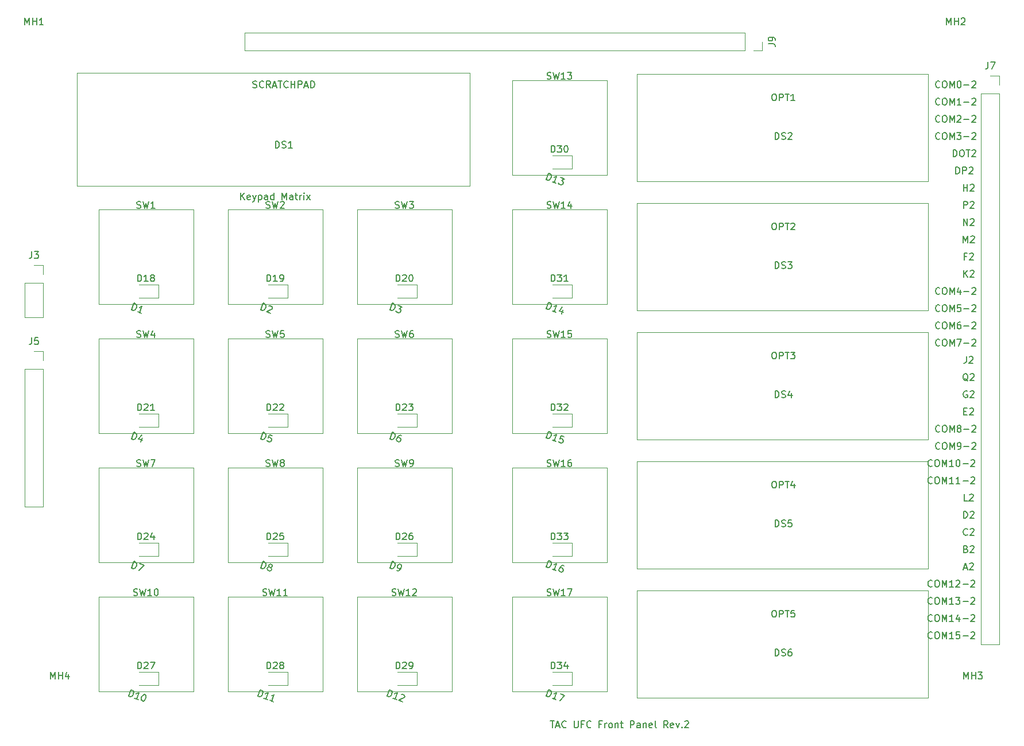
<source format=gbr>
%TF.GenerationSoftware,KiCad,Pcbnew,(5.1.9)-1*%
%TF.CreationDate,2021-06-11T12:31:16-04:00*%
%TF.ProjectId,UFC,5546432e-6b69-4636-9164-5f7063625858,rev?*%
%TF.SameCoordinates,Original*%
%TF.FileFunction,Legend,Top*%
%TF.FilePolarity,Positive*%
%FSLAX46Y46*%
G04 Gerber Fmt 4.6, Leading zero omitted, Abs format (unit mm)*
G04 Created by KiCad (PCBNEW (5.1.9)-1) date 2021-06-11 12:31:16*
%MOMM*%
%LPD*%
G01*
G04 APERTURE LIST*
%ADD10C,0.150000*%
%ADD11C,0.120000*%
G04 APERTURE END LIST*
D10*
X107212380Y-57554761D02*
X107355238Y-57602380D01*
X107593333Y-57602380D01*
X107688571Y-57554761D01*
X107736190Y-57507142D01*
X107783809Y-57411904D01*
X107783809Y-57316666D01*
X107736190Y-57221428D01*
X107688571Y-57173809D01*
X107593333Y-57126190D01*
X107402857Y-57078571D01*
X107307619Y-57030952D01*
X107260000Y-56983333D01*
X107212380Y-56888095D01*
X107212380Y-56792857D01*
X107260000Y-56697619D01*
X107307619Y-56650000D01*
X107402857Y-56602380D01*
X107640952Y-56602380D01*
X107783809Y-56650000D01*
X108783809Y-57507142D02*
X108736190Y-57554761D01*
X108593333Y-57602380D01*
X108498095Y-57602380D01*
X108355238Y-57554761D01*
X108260000Y-57459523D01*
X108212380Y-57364285D01*
X108164761Y-57173809D01*
X108164761Y-57030952D01*
X108212380Y-56840476D01*
X108260000Y-56745238D01*
X108355238Y-56650000D01*
X108498095Y-56602380D01*
X108593333Y-56602380D01*
X108736190Y-56650000D01*
X108783809Y-56697619D01*
X109783809Y-57602380D02*
X109450476Y-57126190D01*
X109212380Y-57602380D02*
X109212380Y-56602380D01*
X109593333Y-56602380D01*
X109688571Y-56650000D01*
X109736190Y-56697619D01*
X109783809Y-56792857D01*
X109783809Y-56935714D01*
X109736190Y-57030952D01*
X109688571Y-57078571D01*
X109593333Y-57126190D01*
X109212380Y-57126190D01*
X110164761Y-57316666D02*
X110640952Y-57316666D01*
X110069523Y-57602380D02*
X110402857Y-56602380D01*
X110736190Y-57602380D01*
X110926666Y-56602380D02*
X111498095Y-56602380D01*
X111212380Y-57602380D02*
X111212380Y-56602380D01*
X112402857Y-57507142D02*
X112355238Y-57554761D01*
X112212380Y-57602380D01*
X112117142Y-57602380D01*
X111974285Y-57554761D01*
X111879047Y-57459523D01*
X111831428Y-57364285D01*
X111783809Y-57173809D01*
X111783809Y-57030952D01*
X111831428Y-56840476D01*
X111879047Y-56745238D01*
X111974285Y-56650000D01*
X112117142Y-56602380D01*
X112212380Y-56602380D01*
X112355238Y-56650000D01*
X112402857Y-56697619D01*
X112831428Y-57602380D02*
X112831428Y-56602380D01*
X112831428Y-57078571D02*
X113402857Y-57078571D01*
X113402857Y-57602380D02*
X113402857Y-56602380D01*
X113879047Y-57602380D02*
X113879047Y-56602380D01*
X114260000Y-56602380D01*
X114355238Y-56650000D01*
X114402857Y-56697619D01*
X114450476Y-56792857D01*
X114450476Y-56935714D01*
X114402857Y-57030952D01*
X114355238Y-57078571D01*
X114260000Y-57126190D01*
X113879047Y-57126190D01*
X114831428Y-57316666D02*
X115307619Y-57316666D01*
X114736190Y-57602380D02*
X115069523Y-56602380D01*
X115402857Y-57602380D01*
X115736190Y-57602380D02*
X115736190Y-56602380D01*
X115974285Y-56602380D01*
X116117142Y-56650000D01*
X116212380Y-56745238D01*
X116260000Y-56840476D01*
X116307619Y-57030952D01*
X116307619Y-57173809D01*
X116260000Y-57364285D01*
X116212380Y-57459523D01*
X116117142Y-57554761D01*
X115974285Y-57602380D01*
X115736190Y-57602380D01*
X183967619Y-134707380D02*
X184158095Y-134707380D01*
X184253333Y-134755000D01*
X184348571Y-134850238D01*
X184396190Y-135040714D01*
X184396190Y-135374047D01*
X184348571Y-135564523D01*
X184253333Y-135659761D01*
X184158095Y-135707380D01*
X183967619Y-135707380D01*
X183872380Y-135659761D01*
X183777142Y-135564523D01*
X183729523Y-135374047D01*
X183729523Y-135040714D01*
X183777142Y-134850238D01*
X183872380Y-134755000D01*
X183967619Y-134707380D01*
X184824761Y-135707380D02*
X184824761Y-134707380D01*
X185205714Y-134707380D01*
X185300952Y-134755000D01*
X185348571Y-134802619D01*
X185396190Y-134897857D01*
X185396190Y-135040714D01*
X185348571Y-135135952D01*
X185300952Y-135183571D01*
X185205714Y-135231190D01*
X184824761Y-135231190D01*
X185681904Y-134707380D02*
X186253333Y-134707380D01*
X185967619Y-135707380D02*
X185967619Y-134707380D01*
X187062857Y-134707380D02*
X186586666Y-134707380D01*
X186539047Y-135183571D01*
X186586666Y-135135952D01*
X186681904Y-135088333D01*
X186920000Y-135088333D01*
X187015238Y-135135952D01*
X187062857Y-135183571D01*
X187110476Y-135278809D01*
X187110476Y-135516904D01*
X187062857Y-135612142D01*
X187015238Y-135659761D01*
X186920000Y-135707380D01*
X186681904Y-135707380D01*
X186586666Y-135659761D01*
X186539047Y-135612142D01*
X183967619Y-115657380D02*
X184158095Y-115657380D01*
X184253333Y-115705000D01*
X184348571Y-115800238D01*
X184396190Y-115990714D01*
X184396190Y-116324047D01*
X184348571Y-116514523D01*
X184253333Y-116609761D01*
X184158095Y-116657380D01*
X183967619Y-116657380D01*
X183872380Y-116609761D01*
X183777142Y-116514523D01*
X183729523Y-116324047D01*
X183729523Y-115990714D01*
X183777142Y-115800238D01*
X183872380Y-115705000D01*
X183967619Y-115657380D01*
X184824761Y-116657380D02*
X184824761Y-115657380D01*
X185205714Y-115657380D01*
X185300952Y-115705000D01*
X185348571Y-115752619D01*
X185396190Y-115847857D01*
X185396190Y-115990714D01*
X185348571Y-116085952D01*
X185300952Y-116133571D01*
X185205714Y-116181190D01*
X184824761Y-116181190D01*
X185681904Y-115657380D02*
X186253333Y-115657380D01*
X185967619Y-116657380D02*
X185967619Y-115657380D01*
X187015238Y-115990714D02*
X187015238Y-116657380D01*
X186777142Y-115609761D02*
X186539047Y-116324047D01*
X187158095Y-116324047D01*
X183967619Y-96607380D02*
X184158095Y-96607380D01*
X184253333Y-96655000D01*
X184348571Y-96750238D01*
X184396190Y-96940714D01*
X184396190Y-97274047D01*
X184348571Y-97464523D01*
X184253333Y-97559761D01*
X184158095Y-97607380D01*
X183967619Y-97607380D01*
X183872380Y-97559761D01*
X183777142Y-97464523D01*
X183729523Y-97274047D01*
X183729523Y-96940714D01*
X183777142Y-96750238D01*
X183872380Y-96655000D01*
X183967619Y-96607380D01*
X184824761Y-97607380D02*
X184824761Y-96607380D01*
X185205714Y-96607380D01*
X185300952Y-96655000D01*
X185348571Y-96702619D01*
X185396190Y-96797857D01*
X185396190Y-96940714D01*
X185348571Y-97035952D01*
X185300952Y-97083571D01*
X185205714Y-97131190D01*
X184824761Y-97131190D01*
X185681904Y-96607380D02*
X186253333Y-96607380D01*
X185967619Y-97607380D02*
X185967619Y-96607380D01*
X186491428Y-96607380D02*
X187110476Y-96607380D01*
X186777142Y-96988333D01*
X186920000Y-96988333D01*
X187015238Y-97035952D01*
X187062857Y-97083571D01*
X187110476Y-97178809D01*
X187110476Y-97416904D01*
X187062857Y-97512142D01*
X187015238Y-97559761D01*
X186920000Y-97607380D01*
X186634285Y-97607380D01*
X186539047Y-97559761D01*
X186491428Y-97512142D01*
X183967619Y-77557380D02*
X184158095Y-77557380D01*
X184253333Y-77605000D01*
X184348571Y-77700238D01*
X184396190Y-77890714D01*
X184396190Y-78224047D01*
X184348571Y-78414523D01*
X184253333Y-78509761D01*
X184158095Y-78557380D01*
X183967619Y-78557380D01*
X183872380Y-78509761D01*
X183777142Y-78414523D01*
X183729523Y-78224047D01*
X183729523Y-77890714D01*
X183777142Y-77700238D01*
X183872380Y-77605000D01*
X183967619Y-77557380D01*
X184824761Y-78557380D02*
X184824761Y-77557380D01*
X185205714Y-77557380D01*
X185300952Y-77605000D01*
X185348571Y-77652619D01*
X185396190Y-77747857D01*
X185396190Y-77890714D01*
X185348571Y-77985952D01*
X185300952Y-78033571D01*
X185205714Y-78081190D01*
X184824761Y-78081190D01*
X185681904Y-77557380D02*
X186253333Y-77557380D01*
X185967619Y-78557380D02*
X185967619Y-77557380D01*
X186539047Y-77652619D02*
X186586666Y-77605000D01*
X186681904Y-77557380D01*
X186920000Y-77557380D01*
X187015238Y-77605000D01*
X187062857Y-77652619D01*
X187110476Y-77747857D01*
X187110476Y-77843095D01*
X187062857Y-77985952D01*
X186491428Y-78557380D01*
X187110476Y-78557380D01*
X183967619Y-58507380D02*
X184158095Y-58507380D01*
X184253333Y-58555000D01*
X184348571Y-58650238D01*
X184396190Y-58840714D01*
X184396190Y-59174047D01*
X184348571Y-59364523D01*
X184253333Y-59459761D01*
X184158095Y-59507380D01*
X183967619Y-59507380D01*
X183872380Y-59459761D01*
X183777142Y-59364523D01*
X183729523Y-59174047D01*
X183729523Y-58840714D01*
X183777142Y-58650238D01*
X183872380Y-58555000D01*
X183967619Y-58507380D01*
X184824761Y-59507380D02*
X184824761Y-58507380D01*
X185205714Y-58507380D01*
X185300952Y-58555000D01*
X185348571Y-58602619D01*
X185396190Y-58697857D01*
X185396190Y-58840714D01*
X185348571Y-58935952D01*
X185300952Y-58983571D01*
X185205714Y-59031190D01*
X184824761Y-59031190D01*
X185681904Y-58507380D02*
X186253333Y-58507380D01*
X185967619Y-59507380D02*
X185967619Y-58507380D01*
X187110476Y-59507380D02*
X186539047Y-59507380D01*
X186824761Y-59507380D02*
X186824761Y-58507380D01*
X186729523Y-58650238D01*
X186634285Y-58745476D01*
X186539047Y-58793095D01*
X207351666Y-138787142D02*
X207304047Y-138834761D01*
X207161190Y-138882380D01*
X207065952Y-138882380D01*
X206923095Y-138834761D01*
X206827857Y-138739523D01*
X206780238Y-138644285D01*
X206732619Y-138453809D01*
X206732619Y-138310952D01*
X206780238Y-138120476D01*
X206827857Y-138025238D01*
X206923095Y-137930000D01*
X207065952Y-137882380D01*
X207161190Y-137882380D01*
X207304047Y-137930000D01*
X207351666Y-137977619D01*
X207970714Y-137882380D02*
X208161190Y-137882380D01*
X208256428Y-137930000D01*
X208351666Y-138025238D01*
X208399285Y-138215714D01*
X208399285Y-138549047D01*
X208351666Y-138739523D01*
X208256428Y-138834761D01*
X208161190Y-138882380D01*
X207970714Y-138882380D01*
X207875476Y-138834761D01*
X207780238Y-138739523D01*
X207732619Y-138549047D01*
X207732619Y-138215714D01*
X207780238Y-138025238D01*
X207875476Y-137930000D01*
X207970714Y-137882380D01*
X208827857Y-138882380D02*
X208827857Y-137882380D01*
X209161190Y-138596666D01*
X209494523Y-137882380D01*
X209494523Y-138882380D01*
X210494523Y-138882380D02*
X209923095Y-138882380D01*
X210208809Y-138882380D02*
X210208809Y-137882380D01*
X210113571Y-138025238D01*
X210018333Y-138120476D01*
X209923095Y-138168095D01*
X211399285Y-137882380D02*
X210923095Y-137882380D01*
X210875476Y-138358571D01*
X210923095Y-138310952D01*
X211018333Y-138263333D01*
X211256428Y-138263333D01*
X211351666Y-138310952D01*
X211399285Y-138358571D01*
X211446904Y-138453809D01*
X211446904Y-138691904D01*
X211399285Y-138787142D01*
X211351666Y-138834761D01*
X211256428Y-138882380D01*
X211018333Y-138882380D01*
X210923095Y-138834761D01*
X210875476Y-138787142D01*
X211875476Y-138501428D02*
X212637380Y-138501428D01*
X213065952Y-137977619D02*
X213113571Y-137930000D01*
X213208809Y-137882380D01*
X213446904Y-137882380D01*
X213542142Y-137930000D01*
X213589761Y-137977619D01*
X213637380Y-138072857D01*
X213637380Y-138168095D01*
X213589761Y-138310952D01*
X213018333Y-138882380D01*
X213637380Y-138882380D01*
X207351666Y-136247142D02*
X207304047Y-136294761D01*
X207161190Y-136342380D01*
X207065952Y-136342380D01*
X206923095Y-136294761D01*
X206827857Y-136199523D01*
X206780238Y-136104285D01*
X206732619Y-135913809D01*
X206732619Y-135770952D01*
X206780238Y-135580476D01*
X206827857Y-135485238D01*
X206923095Y-135390000D01*
X207065952Y-135342380D01*
X207161190Y-135342380D01*
X207304047Y-135390000D01*
X207351666Y-135437619D01*
X207970714Y-135342380D02*
X208161190Y-135342380D01*
X208256428Y-135390000D01*
X208351666Y-135485238D01*
X208399285Y-135675714D01*
X208399285Y-136009047D01*
X208351666Y-136199523D01*
X208256428Y-136294761D01*
X208161190Y-136342380D01*
X207970714Y-136342380D01*
X207875476Y-136294761D01*
X207780238Y-136199523D01*
X207732619Y-136009047D01*
X207732619Y-135675714D01*
X207780238Y-135485238D01*
X207875476Y-135390000D01*
X207970714Y-135342380D01*
X208827857Y-136342380D02*
X208827857Y-135342380D01*
X209161190Y-136056666D01*
X209494523Y-135342380D01*
X209494523Y-136342380D01*
X210494523Y-136342380D02*
X209923095Y-136342380D01*
X210208809Y-136342380D02*
X210208809Y-135342380D01*
X210113571Y-135485238D01*
X210018333Y-135580476D01*
X209923095Y-135628095D01*
X211351666Y-135675714D02*
X211351666Y-136342380D01*
X211113571Y-135294761D02*
X210875476Y-136009047D01*
X211494523Y-136009047D01*
X211875476Y-135961428D02*
X212637380Y-135961428D01*
X213065952Y-135437619D02*
X213113571Y-135390000D01*
X213208809Y-135342380D01*
X213446904Y-135342380D01*
X213542142Y-135390000D01*
X213589761Y-135437619D01*
X213637380Y-135532857D01*
X213637380Y-135628095D01*
X213589761Y-135770952D01*
X213018333Y-136342380D01*
X213637380Y-136342380D01*
X207351666Y-133707142D02*
X207304047Y-133754761D01*
X207161190Y-133802380D01*
X207065952Y-133802380D01*
X206923095Y-133754761D01*
X206827857Y-133659523D01*
X206780238Y-133564285D01*
X206732619Y-133373809D01*
X206732619Y-133230952D01*
X206780238Y-133040476D01*
X206827857Y-132945238D01*
X206923095Y-132850000D01*
X207065952Y-132802380D01*
X207161190Y-132802380D01*
X207304047Y-132850000D01*
X207351666Y-132897619D01*
X207970714Y-132802380D02*
X208161190Y-132802380D01*
X208256428Y-132850000D01*
X208351666Y-132945238D01*
X208399285Y-133135714D01*
X208399285Y-133469047D01*
X208351666Y-133659523D01*
X208256428Y-133754761D01*
X208161190Y-133802380D01*
X207970714Y-133802380D01*
X207875476Y-133754761D01*
X207780238Y-133659523D01*
X207732619Y-133469047D01*
X207732619Y-133135714D01*
X207780238Y-132945238D01*
X207875476Y-132850000D01*
X207970714Y-132802380D01*
X208827857Y-133802380D02*
X208827857Y-132802380D01*
X209161190Y-133516666D01*
X209494523Y-132802380D01*
X209494523Y-133802380D01*
X210494523Y-133802380D02*
X209923095Y-133802380D01*
X210208809Y-133802380D02*
X210208809Y-132802380D01*
X210113571Y-132945238D01*
X210018333Y-133040476D01*
X209923095Y-133088095D01*
X210827857Y-132802380D02*
X211446904Y-132802380D01*
X211113571Y-133183333D01*
X211256428Y-133183333D01*
X211351666Y-133230952D01*
X211399285Y-133278571D01*
X211446904Y-133373809D01*
X211446904Y-133611904D01*
X211399285Y-133707142D01*
X211351666Y-133754761D01*
X211256428Y-133802380D01*
X210970714Y-133802380D01*
X210875476Y-133754761D01*
X210827857Y-133707142D01*
X211875476Y-133421428D02*
X212637380Y-133421428D01*
X213065952Y-132897619D02*
X213113571Y-132850000D01*
X213208809Y-132802380D01*
X213446904Y-132802380D01*
X213542142Y-132850000D01*
X213589761Y-132897619D01*
X213637380Y-132992857D01*
X213637380Y-133088095D01*
X213589761Y-133230952D01*
X213018333Y-133802380D01*
X213637380Y-133802380D01*
X207351666Y-131167142D02*
X207304047Y-131214761D01*
X207161190Y-131262380D01*
X207065952Y-131262380D01*
X206923095Y-131214761D01*
X206827857Y-131119523D01*
X206780238Y-131024285D01*
X206732619Y-130833809D01*
X206732619Y-130690952D01*
X206780238Y-130500476D01*
X206827857Y-130405238D01*
X206923095Y-130310000D01*
X207065952Y-130262380D01*
X207161190Y-130262380D01*
X207304047Y-130310000D01*
X207351666Y-130357619D01*
X207970714Y-130262380D02*
X208161190Y-130262380D01*
X208256428Y-130310000D01*
X208351666Y-130405238D01*
X208399285Y-130595714D01*
X208399285Y-130929047D01*
X208351666Y-131119523D01*
X208256428Y-131214761D01*
X208161190Y-131262380D01*
X207970714Y-131262380D01*
X207875476Y-131214761D01*
X207780238Y-131119523D01*
X207732619Y-130929047D01*
X207732619Y-130595714D01*
X207780238Y-130405238D01*
X207875476Y-130310000D01*
X207970714Y-130262380D01*
X208827857Y-131262380D02*
X208827857Y-130262380D01*
X209161190Y-130976666D01*
X209494523Y-130262380D01*
X209494523Y-131262380D01*
X210494523Y-131262380D02*
X209923095Y-131262380D01*
X210208809Y-131262380D02*
X210208809Y-130262380D01*
X210113571Y-130405238D01*
X210018333Y-130500476D01*
X209923095Y-130548095D01*
X210875476Y-130357619D02*
X210923095Y-130310000D01*
X211018333Y-130262380D01*
X211256428Y-130262380D01*
X211351666Y-130310000D01*
X211399285Y-130357619D01*
X211446904Y-130452857D01*
X211446904Y-130548095D01*
X211399285Y-130690952D01*
X210827857Y-131262380D01*
X211446904Y-131262380D01*
X211875476Y-130881428D02*
X212637380Y-130881428D01*
X213065952Y-130357619D02*
X213113571Y-130310000D01*
X213208809Y-130262380D01*
X213446904Y-130262380D01*
X213542142Y-130310000D01*
X213589761Y-130357619D01*
X213637380Y-130452857D01*
X213637380Y-130548095D01*
X213589761Y-130690952D01*
X213018333Y-131262380D01*
X213637380Y-131262380D01*
X212010714Y-128436666D02*
X212486904Y-128436666D01*
X211915476Y-128722380D02*
X212248809Y-127722380D01*
X212582142Y-128722380D01*
X212867857Y-127817619D02*
X212915476Y-127770000D01*
X213010714Y-127722380D01*
X213248809Y-127722380D01*
X213344047Y-127770000D01*
X213391666Y-127817619D01*
X213439285Y-127912857D01*
X213439285Y-128008095D01*
X213391666Y-128150952D01*
X212820238Y-128722380D01*
X213439285Y-128722380D01*
X212320238Y-125658571D02*
X212463095Y-125706190D01*
X212510714Y-125753809D01*
X212558333Y-125849047D01*
X212558333Y-125991904D01*
X212510714Y-126087142D01*
X212463095Y-126134761D01*
X212367857Y-126182380D01*
X211986904Y-126182380D01*
X211986904Y-125182380D01*
X212320238Y-125182380D01*
X212415476Y-125230000D01*
X212463095Y-125277619D01*
X212510714Y-125372857D01*
X212510714Y-125468095D01*
X212463095Y-125563333D01*
X212415476Y-125610952D01*
X212320238Y-125658571D01*
X211986904Y-125658571D01*
X212939285Y-125277619D02*
X212986904Y-125230000D01*
X213082142Y-125182380D01*
X213320238Y-125182380D01*
X213415476Y-125230000D01*
X213463095Y-125277619D01*
X213510714Y-125372857D01*
X213510714Y-125468095D01*
X213463095Y-125610952D01*
X212891666Y-126182380D01*
X213510714Y-126182380D01*
X212558333Y-123547142D02*
X212510714Y-123594761D01*
X212367857Y-123642380D01*
X212272619Y-123642380D01*
X212129761Y-123594761D01*
X212034523Y-123499523D01*
X211986904Y-123404285D01*
X211939285Y-123213809D01*
X211939285Y-123070952D01*
X211986904Y-122880476D01*
X212034523Y-122785238D01*
X212129761Y-122690000D01*
X212272619Y-122642380D01*
X212367857Y-122642380D01*
X212510714Y-122690000D01*
X212558333Y-122737619D01*
X212939285Y-122737619D02*
X212986904Y-122690000D01*
X213082142Y-122642380D01*
X213320238Y-122642380D01*
X213415476Y-122690000D01*
X213463095Y-122737619D01*
X213510714Y-122832857D01*
X213510714Y-122928095D01*
X213463095Y-123070952D01*
X212891666Y-123642380D01*
X213510714Y-123642380D01*
X211986904Y-121102380D02*
X211986904Y-120102380D01*
X212225000Y-120102380D01*
X212367857Y-120150000D01*
X212463095Y-120245238D01*
X212510714Y-120340476D01*
X212558333Y-120530952D01*
X212558333Y-120673809D01*
X212510714Y-120864285D01*
X212463095Y-120959523D01*
X212367857Y-121054761D01*
X212225000Y-121102380D01*
X211986904Y-121102380D01*
X212939285Y-120197619D02*
X212986904Y-120150000D01*
X213082142Y-120102380D01*
X213320238Y-120102380D01*
X213415476Y-120150000D01*
X213463095Y-120197619D01*
X213510714Y-120292857D01*
X213510714Y-120388095D01*
X213463095Y-120530952D01*
X212891666Y-121102380D01*
X213510714Y-121102380D01*
X212558333Y-118562380D02*
X212082142Y-118562380D01*
X212082142Y-117562380D01*
X212844047Y-117657619D02*
X212891666Y-117610000D01*
X212986904Y-117562380D01*
X213225000Y-117562380D01*
X213320238Y-117610000D01*
X213367857Y-117657619D01*
X213415476Y-117752857D01*
X213415476Y-117848095D01*
X213367857Y-117990952D01*
X212796428Y-118562380D01*
X213415476Y-118562380D01*
X207351666Y-115927142D02*
X207304047Y-115974761D01*
X207161190Y-116022380D01*
X207065952Y-116022380D01*
X206923095Y-115974761D01*
X206827857Y-115879523D01*
X206780238Y-115784285D01*
X206732619Y-115593809D01*
X206732619Y-115450952D01*
X206780238Y-115260476D01*
X206827857Y-115165238D01*
X206923095Y-115070000D01*
X207065952Y-115022380D01*
X207161190Y-115022380D01*
X207304047Y-115070000D01*
X207351666Y-115117619D01*
X207970714Y-115022380D02*
X208161190Y-115022380D01*
X208256428Y-115070000D01*
X208351666Y-115165238D01*
X208399285Y-115355714D01*
X208399285Y-115689047D01*
X208351666Y-115879523D01*
X208256428Y-115974761D01*
X208161190Y-116022380D01*
X207970714Y-116022380D01*
X207875476Y-115974761D01*
X207780238Y-115879523D01*
X207732619Y-115689047D01*
X207732619Y-115355714D01*
X207780238Y-115165238D01*
X207875476Y-115070000D01*
X207970714Y-115022380D01*
X208827857Y-116022380D02*
X208827857Y-115022380D01*
X209161190Y-115736666D01*
X209494523Y-115022380D01*
X209494523Y-116022380D01*
X210494523Y-116022380D02*
X209923095Y-116022380D01*
X210208809Y-116022380D02*
X210208809Y-115022380D01*
X210113571Y-115165238D01*
X210018333Y-115260476D01*
X209923095Y-115308095D01*
X211446904Y-116022380D02*
X210875476Y-116022380D01*
X211161190Y-116022380D02*
X211161190Y-115022380D01*
X211065952Y-115165238D01*
X210970714Y-115260476D01*
X210875476Y-115308095D01*
X211875476Y-115641428D02*
X212637380Y-115641428D01*
X213065952Y-115117619D02*
X213113571Y-115070000D01*
X213208809Y-115022380D01*
X213446904Y-115022380D01*
X213542142Y-115070000D01*
X213589761Y-115117619D01*
X213637380Y-115212857D01*
X213637380Y-115308095D01*
X213589761Y-115450952D01*
X213018333Y-116022380D01*
X213637380Y-116022380D01*
X207351666Y-113387142D02*
X207304047Y-113434761D01*
X207161190Y-113482380D01*
X207065952Y-113482380D01*
X206923095Y-113434761D01*
X206827857Y-113339523D01*
X206780238Y-113244285D01*
X206732619Y-113053809D01*
X206732619Y-112910952D01*
X206780238Y-112720476D01*
X206827857Y-112625238D01*
X206923095Y-112530000D01*
X207065952Y-112482380D01*
X207161190Y-112482380D01*
X207304047Y-112530000D01*
X207351666Y-112577619D01*
X207970714Y-112482380D02*
X208161190Y-112482380D01*
X208256428Y-112530000D01*
X208351666Y-112625238D01*
X208399285Y-112815714D01*
X208399285Y-113149047D01*
X208351666Y-113339523D01*
X208256428Y-113434761D01*
X208161190Y-113482380D01*
X207970714Y-113482380D01*
X207875476Y-113434761D01*
X207780238Y-113339523D01*
X207732619Y-113149047D01*
X207732619Y-112815714D01*
X207780238Y-112625238D01*
X207875476Y-112530000D01*
X207970714Y-112482380D01*
X208827857Y-113482380D02*
X208827857Y-112482380D01*
X209161190Y-113196666D01*
X209494523Y-112482380D01*
X209494523Y-113482380D01*
X210494523Y-113482380D02*
X209923095Y-113482380D01*
X210208809Y-113482380D02*
X210208809Y-112482380D01*
X210113571Y-112625238D01*
X210018333Y-112720476D01*
X209923095Y-112768095D01*
X211113571Y-112482380D02*
X211208809Y-112482380D01*
X211304047Y-112530000D01*
X211351666Y-112577619D01*
X211399285Y-112672857D01*
X211446904Y-112863333D01*
X211446904Y-113101428D01*
X211399285Y-113291904D01*
X211351666Y-113387142D01*
X211304047Y-113434761D01*
X211208809Y-113482380D01*
X211113571Y-113482380D01*
X211018333Y-113434761D01*
X210970714Y-113387142D01*
X210923095Y-113291904D01*
X210875476Y-113101428D01*
X210875476Y-112863333D01*
X210923095Y-112672857D01*
X210970714Y-112577619D01*
X211018333Y-112530000D01*
X211113571Y-112482380D01*
X211875476Y-113101428D02*
X212637380Y-113101428D01*
X213065952Y-112577619D02*
X213113571Y-112530000D01*
X213208809Y-112482380D01*
X213446904Y-112482380D01*
X213542142Y-112530000D01*
X213589761Y-112577619D01*
X213637380Y-112672857D01*
X213637380Y-112768095D01*
X213589761Y-112910952D01*
X213018333Y-113482380D01*
X213637380Y-113482380D01*
X208462857Y-110847142D02*
X208415238Y-110894761D01*
X208272380Y-110942380D01*
X208177142Y-110942380D01*
X208034285Y-110894761D01*
X207939047Y-110799523D01*
X207891428Y-110704285D01*
X207843809Y-110513809D01*
X207843809Y-110370952D01*
X207891428Y-110180476D01*
X207939047Y-110085238D01*
X208034285Y-109990000D01*
X208177142Y-109942380D01*
X208272380Y-109942380D01*
X208415238Y-109990000D01*
X208462857Y-110037619D01*
X209081904Y-109942380D02*
X209272380Y-109942380D01*
X209367619Y-109990000D01*
X209462857Y-110085238D01*
X209510476Y-110275714D01*
X209510476Y-110609047D01*
X209462857Y-110799523D01*
X209367619Y-110894761D01*
X209272380Y-110942380D01*
X209081904Y-110942380D01*
X208986666Y-110894761D01*
X208891428Y-110799523D01*
X208843809Y-110609047D01*
X208843809Y-110275714D01*
X208891428Y-110085238D01*
X208986666Y-109990000D01*
X209081904Y-109942380D01*
X209939047Y-110942380D02*
X209939047Y-109942380D01*
X210272380Y-110656666D01*
X210605714Y-109942380D01*
X210605714Y-110942380D01*
X211129523Y-110942380D02*
X211320000Y-110942380D01*
X211415238Y-110894761D01*
X211462857Y-110847142D01*
X211558095Y-110704285D01*
X211605714Y-110513809D01*
X211605714Y-110132857D01*
X211558095Y-110037619D01*
X211510476Y-109990000D01*
X211415238Y-109942380D01*
X211224761Y-109942380D01*
X211129523Y-109990000D01*
X211081904Y-110037619D01*
X211034285Y-110132857D01*
X211034285Y-110370952D01*
X211081904Y-110466190D01*
X211129523Y-110513809D01*
X211224761Y-110561428D01*
X211415238Y-110561428D01*
X211510476Y-110513809D01*
X211558095Y-110466190D01*
X211605714Y-110370952D01*
X212034285Y-110561428D02*
X212796190Y-110561428D01*
X213224761Y-110037619D02*
X213272380Y-109990000D01*
X213367619Y-109942380D01*
X213605714Y-109942380D01*
X213700952Y-109990000D01*
X213748571Y-110037619D01*
X213796190Y-110132857D01*
X213796190Y-110228095D01*
X213748571Y-110370952D01*
X213177142Y-110942380D01*
X213796190Y-110942380D01*
X208462857Y-108307142D02*
X208415238Y-108354761D01*
X208272380Y-108402380D01*
X208177142Y-108402380D01*
X208034285Y-108354761D01*
X207939047Y-108259523D01*
X207891428Y-108164285D01*
X207843809Y-107973809D01*
X207843809Y-107830952D01*
X207891428Y-107640476D01*
X207939047Y-107545238D01*
X208034285Y-107450000D01*
X208177142Y-107402380D01*
X208272380Y-107402380D01*
X208415238Y-107450000D01*
X208462857Y-107497619D01*
X209081904Y-107402380D02*
X209272380Y-107402380D01*
X209367619Y-107450000D01*
X209462857Y-107545238D01*
X209510476Y-107735714D01*
X209510476Y-108069047D01*
X209462857Y-108259523D01*
X209367619Y-108354761D01*
X209272380Y-108402380D01*
X209081904Y-108402380D01*
X208986666Y-108354761D01*
X208891428Y-108259523D01*
X208843809Y-108069047D01*
X208843809Y-107735714D01*
X208891428Y-107545238D01*
X208986666Y-107450000D01*
X209081904Y-107402380D01*
X209939047Y-108402380D02*
X209939047Y-107402380D01*
X210272380Y-108116666D01*
X210605714Y-107402380D01*
X210605714Y-108402380D01*
X211224761Y-107830952D02*
X211129523Y-107783333D01*
X211081904Y-107735714D01*
X211034285Y-107640476D01*
X211034285Y-107592857D01*
X211081904Y-107497619D01*
X211129523Y-107450000D01*
X211224761Y-107402380D01*
X211415238Y-107402380D01*
X211510476Y-107450000D01*
X211558095Y-107497619D01*
X211605714Y-107592857D01*
X211605714Y-107640476D01*
X211558095Y-107735714D01*
X211510476Y-107783333D01*
X211415238Y-107830952D01*
X211224761Y-107830952D01*
X211129523Y-107878571D01*
X211081904Y-107926190D01*
X211034285Y-108021428D01*
X211034285Y-108211904D01*
X211081904Y-108307142D01*
X211129523Y-108354761D01*
X211224761Y-108402380D01*
X211415238Y-108402380D01*
X211510476Y-108354761D01*
X211558095Y-108307142D01*
X211605714Y-108211904D01*
X211605714Y-108021428D01*
X211558095Y-107926190D01*
X211510476Y-107878571D01*
X211415238Y-107830952D01*
X212034285Y-108021428D02*
X212796190Y-108021428D01*
X213224761Y-107497619D02*
X213272380Y-107450000D01*
X213367619Y-107402380D01*
X213605714Y-107402380D01*
X213700952Y-107450000D01*
X213748571Y-107497619D01*
X213796190Y-107592857D01*
X213796190Y-107688095D01*
X213748571Y-107830952D01*
X213177142Y-108402380D01*
X213796190Y-108402380D01*
X212034523Y-105338571D02*
X212367857Y-105338571D01*
X212510714Y-105862380D02*
X212034523Y-105862380D01*
X212034523Y-104862380D01*
X212510714Y-104862380D01*
X212891666Y-104957619D02*
X212939285Y-104910000D01*
X213034523Y-104862380D01*
X213272619Y-104862380D01*
X213367857Y-104910000D01*
X213415476Y-104957619D01*
X213463095Y-105052857D01*
X213463095Y-105148095D01*
X213415476Y-105290952D01*
X212844047Y-105862380D01*
X213463095Y-105862380D01*
X212510714Y-102370000D02*
X212415476Y-102322380D01*
X212272619Y-102322380D01*
X212129761Y-102370000D01*
X212034523Y-102465238D01*
X211986904Y-102560476D01*
X211939285Y-102750952D01*
X211939285Y-102893809D01*
X211986904Y-103084285D01*
X212034523Y-103179523D01*
X212129761Y-103274761D01*
X212272619Y-103322380D01*
X212367857Y-103322380D01*
X212510714Y-103274761D01*
X212558333Y-103227142D01*
X212558333Y-102893809D01*
X212367857Y-102893809D01*
X212939285Y-102417619D02*
X212986904Y-102370000D01*
X213082142Y-102322380D01*
X213320238Y-102322380D01*
X213415476Y-102370000D01*
X213463095Y-102417619D01*
X213510714Y-102512857D01*
X213510714Y-102608095D01*
X213463095Y-102750952D01*
X212891666Y-103322380D01*
X213510714Y-103322380D01*
X212629761Y-100877619D02*
X212534523Y-100830000D01*
X212439285Y-100734761D01*
X212296428Y-100591904D01*
X212201190Y-100544285D01*
X212105952Y-100544285D01*
X212153571Y-100782380D02*
X212058333Y-100734761D01*
X211963095Y-100639523D01*
X211915476Y-100449047D01*
X211915476Y-100115714D01*
X211963095Y-99925238D01*
X212058333Y-99830000D01*
X212153571Y-99782380D01*
X212344047Y-99782380D01*
X212439285Y-99830000D01*
X212534523Y-99925238D01*
X212582142Y-100115714D01*
X212582142Y-100449047D01*
X212534523Y-100639523D01*
X212439285Y-100734761D01*
X212344047Y-100782380D01*
X212153571Y-100782380D01*
X212963095Y-99877619D02*
X213010714Y-99830000D01*
X213105952Y-99782380D01*
X213344047Y-99782380D01*
X213439285Y-99830000D01*
X213486904Y-99877619D01*
X213534523Y-99972857D01*
X213534523Y-100068095D01*
X213486904Y-100210952D01*
X212915476Y-100782380D01*
X213534523Y-100782380D01*
X212391666Y-97242380D02*
X212391666Y-97956666D01*
X212344047Y-98099523D01*
X212248809Y-98194761D01*
X212105952Y-98242380D01*
X212010714Y-98242380D01*
X212820238Y-97337619D02*
X212867857Y-97290000D01*
X212963095Y-97242380D01*
X213201190Y-97242380D01*
X213296428Y-97290000D01*
X213344047Y-97337619D01*
X213391666Y-97432857D01*
X213391666Y-97528095D01*
X213344047Y-97670952D01*
X212772619Y-98242380D01*
X213391666Y-98242380D01*
X208462857Y-95607142D02*
X208415238Y-95654761D01*
X208272380Y-95702380D01*
X208177142Y-95702380D01*
X208034285Y-95654761D01*
X207939047Y-95559523D01*
X207891428Y-95464285D01*
X207843809Y-95273809D01*
X207843809Y-95130952D01*
X207891428Y-94940476D01*
X207939047Y-94845238D01*
X208034285Y-94750000D01*
X208177142Y-94702380D01*
X208272380Y-94702380D01*
X208415238Y-94750000D01*
X208462857Y-94797619D01*
X209081904Y-94702380D02*
X209272380Y-94702380D01*
X209367619Y-94750000D01*
X209462857Y-94845238D01*
X209510476Y-95035714D01*
X209510476Y-95369047D01*
X209462857Y-95559523D01*
X209367619Y-95654761D01*
X209272380Y-95702380D01*
X209081904Y-95702380D01*
X208986666Y-95654761D01*
X208891428Y-95559523D01*
X208843809Y-95369047D01*
X208843809Y-95035714D01*
X208891428Y-94845238D01*
X208986666Y-94750000D01*
X209081904Y-94702380D01*
X209939047Y-95702380D02*
X209939047Y-94702380D01*
X210272380Y-95416666D01*
X210605714Y-94702380D01*
X210605714Y-95702380D01*
X210986666Y-94702380D02*
X211653333Y-94702380D01*
X211224761Y-95702380D01*
X212034285Y-95321428D02*
X212796190Y-95321428D01*
X213224761Y-94797619D02*
X213272380Y-94750000D01*
X213367619Y-94702380D01*
X213605714Y-94702380D01*
X213700952Y-94750000D01*
X213748571Y-94797619D01*
X213796190Y-94892857D01*
X213796190Y-94988095D01*
X213748571Y-95130952D01*
X213177142Y-95702380D01*
X213796190Y-95702380D01*
X208462857Y-93067142D02*
X208415238Y-93114761D01*
X208272380Y-93162380D01*
X208177142Y-93162380D01*
X208034285Y-93114761D01*
X207939047Y-93019523D01*
X207891428Y-92924285D01*
X207843809Y-92733809D01*
X207843809Y-92590952D01*
X207891428Y-92400476D01*
X207939047Y-92305238D01*
X208034285Y-92210000D01*
X208177142Y-92162380D01*
X208272380Y-92162380D01*
X208415238Y-92210000D01*
X208462857Y-92257619D01*
X209081904Y-92162380D02*
X209272380Y-92162380D01*
X209367619Y-92210000D01*
X209462857Y-92305238D01*
X209510476Y-92495714D01*
X209510476Y-92829047D01*
X209462857Y-93019523D01*
X209367619Y-93114761D01*
X209272380Y-93162380D01*
X209081904Y-93162380D01*
X208986666Y-93114761D01*
X208891428Y-93019523D01*
X208843809Y-92829047D01*
X208843809Y-92495714D01*
X208891428Y-92305238D01*
X208986666Y-92210000D01*
X209081904Y-92162380D01*
X209939047Y-93162380D02*
X209939047Y-92162380D01*
X210272380Y-92876666D01*
X210605714Y-92162380D01*
X210605714Y-93162380D01*
X211510476Y-92162380D02*
X211320000Y-92162380D01*
X211224761Y-92210000D01*
X211177142Y-92257619D01*
X211081904Y-92400476D01*
X211034285Y-92590952D01*
X211034285Y-92971904D01*
X211081904Y-93067142D01*
X211129523Y-93114761D01*
X211224761Y-93162380D01*
X211415238Y-93162380D01*
X211510476Y-93114761D01*
X211558095Y-93067142D01*
X211605714Y-92971904D01*
X211605714Y-92733809D01*
X211558095Y-92638571D01*
X211510476Y-92590952D01*
X211415238Y-92543333D01*
X211224761Y-92543333D01*
X211129523Y-92590952D01*
X211081904Y-92638571D01*
X211034285Y-92733809D01*
X212034285Y-92781428D02*
X212796190Y-92781428D01*
X213224761Y-92257619D02*
X213272380Y-92210000D01*
X213367619Y-92162380D01*
X213605714Y-92162380D01*
X213700952Y-92210000D01*
X213748571Y-92257619D01*
X213796190Y-92352857D01*
X213796190Y-92448095D01*
X213748571Y-92590952D01*
X213177142Y-93162380D01*
X213796190Y-93162380D01*
X208462857Y-90527142D02*
X208415238Y-90574761D01*
X208272380Y-90622380D01*
X208177142Y-90622380D01*
X208034285Y-90574761D01*
X207939047Y-90479523D01*
X207891428Y-90384285D01*
X207843809Y-90193809D01*
X207843809Y-90050952D01*
X207891428Y-89860476D01*
X207939047Y-89765238D01*
X208034285Y-89670000D01*
X208177142Y-89622380D01*
X208272380Y-89622380D01*
X208415238Y-89670000D01*
X208462857Y-89717619D01*
X209081904Y-89622380D02*
X209272380Y-89622380D01*
X209367619Y-89670000D01*
X209462857Y-89765238D01*
X209510476Y-89955714D01*
X209510476Y-90289047D01*
X209462857Y-90479523D01*
X209367619Y-90574761D01*
X209272380Y-90622380D01*
X209081904Y-90622380D01*
X208986666Y-90574761D01*
X208891428Y-90479523D01*
X208843809Y-90289047D01*
X208843809Y-89955714D01*
X208891428Y-89765238D01*
X208986666Y-89670000D01*
X209081904Y-89622380D01*
X209939047Y-90622380D02*
X209939047Y-89622380D01*
X210272380Y-90336666D01*
X210605714Y-89622380D01*
X210605714Y-90622380D01*
X211558095Y-89622380D02*
X211081904Y-89622380D01*
X211034285Y-90098571D01*
X211081904Y-90050952D01*
X211177142Y-90003333D01*
X211415238Y-90003333D01*
X211510476Y-90050952D01*
X211558095Y-90098571D01*
X211605714Y-90193809D01*
X211605714Y-90431904D01*
X211558095Y-90527142D01*
X211510476Y-90574761D01*
X211415238Y-90622380D01*
X211177142Y-90622380D01*
X211081904Y-90574761D01*
X211034285Y-90527142D01*
X212034285Y-90241428D02*
X212796190Y-90241428D01*
X213224761Y-89717619D02*
X213272380Y-89670000D01*
X213367619Y-89622380D01*
X213605714Y-89622380D01*
X213700952Y-89670000D01*
X213748571Y-89717619D01*
X213796190Y-89812857D01*
X213796190Y-89908095D01*
X213748571Y-90050952D01*
X213177142Y-90622380D01*
X213796190Y-90622380D01*
X208462857Y-87987142D02*
X208415238Y-88034761D01*
X208272380Y-88082380D01*
X208177142Y-88082380D01*
X208034285Y-88034761D01*
X207939047Y-87939523D01*
X207891428Y-87844285D01*
X207843809Y-87653809D01*
X207843809Y-87510952D01*
X207891428Y-87320476D01*
X207939047Y-87225238D01*
X208034285Y-87130000D01*
X208177142Y-87082380D01*
X208272380Y-87082380D01*
X208415238Y-87130000D01*
X208462857Y-87177619D01*
X209081904Y-87082380D02*
X209272380Y-87082380D01*
X209367619Y-87130000D01*
X209462857Y-87225238D01*
X209510476Y-87415714D01*
X209510476Y-87749047D01*
X209462857Y-87939523D01*
X209367619Y-88034761D01*
X209272380Y-88082380D01*
X209081904Y-88082380D01*
X208986666Y-88034761D01*
X208891428Y-87939523D01*
X208843809Y-87749047D01*
X208843809Y-87415714D01*
X208891428Y-87225238D01*
X208986666Y-87130000D01*
X209081904Y-87082380D01*
X209939047Y-88082380D02*
X209939047Y-87082380D01*
X210272380Y-87796666D01*
X210605714Y-87082380D01*
X210605714Y-88082380D01*
X211510476Y-87415714D02*
X211510476Y-88082380D01*
X211272380Y-87034761D02*
X211034285Y-87749047D01*
X211653333Y-87749047D01*
X212034285Y-87701428D02*
X212796190Y-87701428D01*
X213224761Y-87177619D02*
X213272380Y-87130000D01*
X213367619Y-87082380D01*
X213605714Y-87082380D01*
X213700952Y-87130000D01*
X213748571Y-87177619D01*
X213796190Y-87272857D01*
X213796190Y-87368095D01*
X213748571Y-87510952D01*
X213177142Y-88082380D01*
X213796190Y-88082380D01*
X211986904Y-85542380D02*
X211986904Y-84542380D01*
X212558333Y-85542380D02*
X212129761Y-84970952D01*
X212558333Y-84542380D02*
X211986904Y-85113809D01*
X212939285Y-84637619D02*
X212986904Y-84590000D01*
X213082142Y-84542380D01*
X213320238Y-84542380D01*
X213415476Y-84590000D01*
X213463095Y-84637619D01*
X213510714Y-84732857D01*
X213510714Y-84828095D01*
X213463095Y-84970952D01*
X212891666Y-85542380D01*
X213510714Y-85542380D01*
X212391666Y-82478571D02*
X212058333Y-82478571D01*
X212058333Y-83002380D02*
X212058333Y-82002380D01*
X212534523Y-82002380D01*
X212867857Y-82097619D02*
X212915476Y-82050000D01*
X213010714Y-82002380D01*
X213248809Y-82002380D01*
X213344047Y-82050000D01*
X213391666Y-82097619D01*
X213439285Y-82192857D01*
X213439285Y-82288095D01*
X213391666Y-82430952D01*
X212820238Y-83002380D01*
X213439285Y-83002380D01*
X211915476Y-80462380D02*
X211915476Y-79462380D01*
X212248809Y-80176666D01*
X212582142Y-79462380D01*
X212582142Y-80462380D01*
X213010714Y-79557619D02*
X213058333Y-79510000D01*
X213153571Y-79462380D01*
X213391666Y-79462380D01*
X213486904Y-79510000D01*
X213534523Y-79557619D01*
X213582142Y-79652857D01*
X213582142Y-79748095D01*
X213534523Y-79890952D01*
X212963095Y-80462380D01*
X213582142Y-80462380D01*
X211963095Y-77922380D02*
X211963095Y-76922380D01*
X212534523Y-77922380D01*
X212534523Y-76922380D01*
X212963095Y-77017619D02*
X213010714Y-76970000D01*
X213105952Y-76922380D01*
X213344047Y-76922380D01*
X213439285Y-76970000D01*
X213486904Y-77017619D01*
X213534523Y-77112857D01*
X213534523Y-77208095D01*
X213486904Y-77350952D01*
X212915476Y-77922380D01*
X213534523Y-77922380D01*
X211986904Y-75382380D02*
X211986904Y-74382380D01*
X212367857Y-74382380D01*
X212463095Y-74430000D01*
X212510714Y-74477619D01*
X212558333Y-74572857D01*
X212558333Y-74715714D01*
X212510714Y-74810952D01*
X212463095Y-74858571D01*
X212367857Y-74906190D01*
X211986904Y-74906190D01*
X212939285Y-74477619D02*
X212986904Y-74430000D01*
X213082142Y-74382380D01*
X213320238Y-74382380D01*
X213415476Y-74430000D01*
X213463095Y-74477619D01*
X213510714Y-74572857D01*
X213510714Y-74668095D01*
X213463095Y-74810952D01*
X212891666Y-75382380D01*
X213510714Y-75382380D01*
X211963095Y-72842380D02*
X211963095Y-71842380D01*
X211963095Y-72318571D02*
X212534523Y-72318571D01*
X212534523Y-72842380D02*
X212534523Y-71842380D01*
X212963095Y-71937619D02*
X213010714Y-71890000D01*
X213105952Y-71842380D01*
X213344047Y-71842380D01*
X213439285Y-71890000D01*
X213486904Y-71937619D01*
X213534523Y-72032857D01*
X213534523Y-72128095D01*
X213486904Y-72270952D01*
X212915476Y-72842380D01*
X213534523Y-72842380D01*
X210851904Y-70302380D02*
X210851904Y-69302380D01*
X211090000Y-69302380D01*
X211232857Y-69350000D01*
X211328095Y-69445238D01*
X211375714Y-69540476D01*
X211423333Y-69730952D01*
X211423333Y-69873809D01*
X211375714Y-70064285D01*
X211328095Y-70159523D01*
X211232857Y-70254761D01*
X211090000Y-70302380D01*
X210851904Y-70302380D01*
X211851904Y-70302380D02*
X211851904Y-69302380D01*
X212232857Y-69302380D01*
X212328095Y-69350000D01*
X212375714Y-69397619D01*
X212423333Y-69492857D01*
X212423333Y-69635714D01*
X212375714Y-69730952D01*
X212328095Y-69778571D01*
X212232857Y-69826190D01*
X211851904Y-69826190D01*
X212804285Y-69397619D02*
X212851904Y-69350000D01*
X212947142Y-69302380D01*
X213185238Y-69302380D01*
X213280476Y-69350000D01*
X213328095Y-69397619D01*
X213375714Y-69492857D01*
X213375714Y-69588095D01*
X213328095Y-69730952D01*
X212756666Y-70302380D01*
X213375714Y-70302380D01*
X210447142Y-67762380D02*
X210447142Y-66762380D01*
X210685238Y-66762380D01*
X210828095Y-66810000D01*
X210923333Y-66905238D01*
X210970952Y-67000476D01*
X211018571Y-67190952D01*
X211018571Y-67333809D01*
X210970952Y-67524285D01*
X210923333Y-67619523D01*
X210828095Y-67714761D01*
X210685238Y-67762380D01*
X210447142Y-67762380D01*
X211637619Y-66762380D02*
X211828095Y-66762380D01*
X211923333Y-66810000D01*
X212018571Y-66905238D01*
X212066190Y-67095714D01*
X212066190Y-67429047D01*
X212018571Y-67619523D01*
X211923333Y-67714761D01*
X211828095Y-67762380D01*
X211637619Y-67762380D01*
X211542380Y-67714761D01*
X211447142Y-67619523D01*
X211399523Y-67429047D01*
X211399523Y-67095714D01*
X211447142Y-66905238D01*
X211542380Y-66810000D01*
X211637619Y-66762380D01*
X212351904Y-66762380D02*
X212923333Y-66762380D01*
X212637619Y-67762380D02*
X212637619Y-66762380D01*
X213209047Y-66857619D02*
X213256666Y-66810000D01*
X213351904Y-66762380D01*
X213590000Y-66762380D01*
X213685238Y-66810000D01*
X213732857Y-66857619D01*
X213780476Y-66952857D01*
X213780476Y-67048095D01*
X213732857Y-67190952D01*
X213161428Y-67762380D01*
X213780476Y-67762380D01*
X208462857Y-65127142D02*
X208415238Y-65174761D01*
X208272380Y-65222380D01*
X208177142Y-65222380D01*
X208034285Y-65174761D01*
X207939047Y-65079523D01*
X207891428Y-64984285D01*
X207843809Y-64793809D01*
X207843809Y-64650952D01*
X207891428Y-64460476D01*
X207939047Y-64365238D01*
X208034285Y-64270000D01*
X208177142Y-64222380D01*
X208272380Y-64222380D01*
X208415238Y-64270000D01*
X208462857Y-64317619D01*
X209081904Y-64222380D02*
X209272380Y-64222380D01*
X209367619Y-64270000D01*
X209462857Y-64365238D01*
X209510476Y-64555714D01*
X209510476Y-64889047D01*
X209462857Y-65079523D01*
X209367619Y-65174761D01*
X209272380Y-65222380D01*
X209081904Y-65222380D01*
X208986666Y-65174761D01*
X208891428Y-65079523D01*
X208843809Y-64889047D01*
X208843809Y-64555714D01*
X208891428Y-64365238D01*
X208986666Y-64270000D01*
X209081904Y-64222380D01*
X209939047Y-65222380D02*
X209939047Y-64222380D01*
X210272380Y-64936666D01*
X210605714Y-64222380D01*
X210605714Y-65222380D01*
X210986666Y-64222380D02*
X211605714Y-64222380D01*
X211272380Y-64603333D01*
X211415238Y-64603333D01*
X211510476Y-64650952D01*
X211558095Y-64698571D01*
X211605714Y-64793809D01*
X211605714Y-65031904D01*
X211558095Y-65127142D01*
X211510476Y-65174761D01*
X211415238Y-65222380D01*
X211129523Y-65222380D01*
X211034285Y-65174761D01*
X210986666Y-65127142D01*
X212034285Y-64841428D02*
X212796190Y-64841428D01*
X213224761Y-64317619D02*
X213272380Y-64270000D01*
X213367619Y-64222380D01*
X213605714Y-64222380D01*
X213700952Y-64270000D01*
X213748571Y-64317619D01*
X213796190Y-64412857D01*
X213796190Y-64508095D01*
X213748571Y-64650952D01*
X213177142Y-65222380D01*
X213796190Y-65222380D01*
X208462857Y-62587142D02*
X208415238Y-62634761D01*
X208272380Y-62682380D01*
X208177142Y-62682380D01*
X208034285Y-62634761D01*
X207939047Y-62539523D01*
X207891428Y-62444285D01*
X207843809Y-62253809D01*
X207843809Y-62110952D01*
X207891428Y-61920476D01*
X207939047Y-61825238D01*
X208034285Y-61730000D01*
X208177142Y-61682380D01*
X208272380Y-61682380D01*
X208415238Y-61730000D01*
X208462857Y-61777619D01*
X209081904Y-61682380D02*
X209272380Y-61682380D01*
X209367619Y-61730000D01*
X209462857Y-61825238D01*
X209510476Y-62015714D01*
X209510476Y-62349047D01*
X209462857Y-62539523D01*
X209367619Y-62634761D01*
X209272380Y-62682380D01*
X209081904Y-62682380D01*
X208986666Y-62634761D01*
X208891428Y-62539523D01*
X208843809Y-62349047D01*
X208843809Y-62015714D01*
X208891428Y-61825238D01*
X208986666Y-61730000D01*
X209081904Y-61682380D01*
X209939047Y-62682380D02*
X209939047Y-61682380D01*
X210272380Y-62396666D01*
X210605714Y-61682380D01*
X210605714Y-62682380D01*
X211034285Y-61777619D02*
X211081904Y-61730000D01*
X211177142Y-61682380D01*
X211415238Y-61682380D01*
X211510476Y-61730000D01*
X211558095Y-61777619D01*
X211605714Y-61872857D01*
X211605714Y-61968095D01*
X211558095Y-62110952D01*
X210986666Y-62682380D01*
X211605714Y-62682380D01*
X212034285Y-62301428D02*
X212796190Y-62301428D01*
X213224761Y-61777619D02*
X213272380Y-61730000D01*
X213367619Y-61682380D01*
X213605714Y-61682380D01*
X213700952Y-61730000D01*
X213748571Y-61777619D01*
X213796190Y-61872857D01*
X213796190Y-61968095D01*
X213748571Y-62110952D01*
X213177142Y-62682380D01*
X213796190Y-62682380D01*
X208462857Y-60047142D02*
X208415238Y-60094761D01*
X208272380Y-60142380D01*
X208177142Y-60142380D01*
X208034285Y-60094761D01*
X207939047Y-59999523D01*
X207891428Y-59904285D01*
X207843809Y-59713809D01*
X207843809Y-59570952D01*
X207891428Y-59380476D01*
X207939047Y-59285238D01*
X208034285Y-59190000D01*
X208177142Y-59142380D01*
X208272380Y-59142380D01*
X208415238Y-59190000D01*
X208462857Y-59237619D01*
X209081904Y-59142380D02*
X209272380Y-59142380D01*
X209367619Y-59190000D01*
X209462857Y-59285238D01*
X209510476Y-59475714D01*
X209510476Y-59809047D01*
X209462857Y-59999523D01*
X209367619Y-60094761D01*
X209272380Y-60142380D01*
X209081904Y-60142380D01*
X208986666Y-60094761D01*
X208891428Y-59999523D01*
X208843809Y-59809047D01*
X208843809Y-59475714D01*
X208891428Y-59285238D01*
X208986666Y-59190000D01*
X209081904Y-59142380D01*
X209939047Y-60142380D02*
X209939047Y-59142380D01*
X210272380Y-59856666D01*
X210605714Y-59142380D01*
X210605714Y-60142380D01*
X211605714Y-60142380D02*
X211034285Y-60142380D01*
X211320000Y-60142380D02*
X211320000Y-59142380D01*
X211224761Y-59285238D01*
X211129523Y-59380476D01*
X211034285Y-59428095D01*
X212034285Y-59761428D02*
X212796190Y-59761428D01*
X213224761Y-59237619D02*
X213272380Y-59190000D01*
X213367619Y-59142380D01*
X213605714Y-59142380D01*
X213700952Y-59190000D01*
X213748571Y-59237619D01*
X213796190Y-59332857D01*
X213796190Y-59428095D01*
X213748571Y-59570952D01*
X213177142Y-60142380D01*
X213796190Y-60142380D01*
X208462857Y-57507142D02*
X208415238Y-57554761D01*
X208272380Y-57602380D01*
X208177142Y-57602380D01*
X208034285Y-57554761D01*
X207939047Y-57459523D01*
X207891428Y-57364285D01*
X207843809Y-57173809D01*
X207843809Y-57030952D01*
X207891428Y-56840476D01*
X207939047Y-56745238D01*
X208034285Y-56650000D01*
X208177142Y-56602380D01*
X208272380Y-56602380D01*
X208415238Y-56650000D01*
X208462857Y-56697619D01*
X209081904Y-56602380D02*
X209272380Y-56602380D01*
X209367619Y-56650000D01*
X209462857Y-56745238D01*
X209510476Y-56935714D01*
X209510476Y-57269047D01*
X209462857Y-57459523D01*
X209367619Y-57554761D01*
X209272380Y-57602380D01*
X209081904Y-57602380D01*
X208986666Y-57554761D01*
X208891428Y-57459523D01*
X208843809Y-57269047D01*
X208843809Y-56935714D01*
X208891428Y-56745238D01*
X208986666Y-56650000D01*
X209081904Y-56602380D01*
X209939047Y-57602380D02*
X209939047Y-56602380D01*
X210272380Y-57316666D01*
X210605714Y-56602380D01*
X210605714Y-57602380D01*
X211272380Y-56602380D02*
X211367619Y-56602380D01*
X211462857Y-56650000D01*
X211510476Y-56697619D01*
X211558095Y-56792857D01*
X211605714Y-56983333D01*
X211605714Y-57221428D01*
X211558095Y-57411904D01*
X211510476Y-57507142D01*
X211462857Y-57554761D01*
X211367619Y-57602380D01*
X211272380Y-57602380D01*
X211177142Y-57554761D01*
X211129523Y-57507142D01*
X211081904Y-57411904D01*
X211034285Y-57221428D01*
X211034285Y-56983333D01*
X211081904Y-56792857D01*
X211129523Y-56697619D01*
X211177142Y-56650000D01*
X211272380Y-56602380D01*
X212034285Y-57221428D02*
X212796190Y-57221428D01*
X213224761Y-56697619D02*
X213272380Y-56650000D01*
X213367619Y-56602380D01*
X213605714Y-56602380D01*
X213700952Y-56650000D01*
X213748571Y-56697619D01*
X213796190Y-56792857D01*
X213796190Y-56888095D01*
X213748571Y-57030952D01*
X213177142Y-57602380D01*
X213796190Y-57602380D01*
X151051904Y-151027380D02*
X151623333Y-151027380D01*
X151337619Y-152027380D02*
X151337619Y-151027380D01*
X151909047Y-151741666D02*
X152385238Y-151741666D01*
X151813809Y-152027380D02*
X152147142Y-151027380D01*
X152480476Y-152027380D01*
X153385238Y-151932142D02*
X153337619Y-151979761D01*
X153194761Y-152027380D01*
X153099523Y-152027380D01*
X152956666Y-151979761D01*
X152861428Y-151884523D01*
X152813809Y-151789285D01*
X152766190Y-151598809D01*
X152766190Y-151455952D01*
X152813809Y-151265476D01*
X152861428Y-151170238D01*
X152956666Y-151075000D01*
X153099523Y-151027380D01*
X153194761Y-151027380D01*
X153337619Y-151075000D01*
X153385238Y-151122619D01*
X154575714Y-151027380D02*
X154575714Y-151836904D01*
X154623333Y-151932142D01*
X154670952Y-151979761D01*
X154766190Y-152027380D01*
X154956666Y-152027380D01*
X155051904Y-151979761D01*
X155099523Y-151932142D01*
X155147142Y-151836904D01*
X155147142Y-151027380D01*
X155956666Y-151503571D02*
X155623333Y-151503571D01*
X155623333Y-152027380D02*
X155623333Y-151027380D01*
X156099523Y-151027380D01*
X157051904Y-151932142D02*
X157004285Y-151979761D01*
X156861428Y-152027380D01*
X156766190Y-152027380D01*
X156623333Y-151979761D01*
X156528095Y-151884523D01*
X156480476Y-151789285D01*
X156432857Y-151598809D01*
X156432857Y-151455952D01*
X156480476Y-151265476D01*
X156528095Y-151170238D01*
X156623333Y-151075000D01*
X156766190Y-151027380D01*
X156861428Y-151027380D01*
X157004285Y-151075000D01*
X157051904Y-151122619D01*
X158575714Y-151503571D02*
X158242380Y-151503571D01*
X158242380Y-152027380D02*
X158242380Y-151027380D01*
X158718571Y-151027380D01*
X159099523Y-152027380D02*
X159099523Y-151360714D01*
X159099523Y-151551190D02*
X159147142Y-151455952D01*
X159194761Y-151408333D01*
X159290000Y-151360714D01*
X159385238Y-151360714D01*
X159861428Y-152027380D02*
X159766190Y-151979761D01*
X159718571Y-151932142D01*
X159670952Y-151836904D01*
X159670952Y-151551190D01*
X159718571Y-151455952D01*
X159766190Y-151408333D01*
X159861428Y-151360714D01*
X160004285Y-151360714D01*
X160099523Y-151408333D01*
X160147142Y-151455952D01*
X160194761Y-151551190D01*
X160194761Y-151836904D01*
X160147142Y-151932142D01*
X160099523Y-151979761D01*
X160004285Y-152027380D01*
X159861428Y-152027380D01*
X160623333Y-151360714D02*
X160623333Y-152027380D01*
X160623333Y-151455952D02*
X160670952Y-151408333D01*
X160766190Y-151360714D01*
X160909047Y-151360714D01*
X161004285Y-151408333D01*
X161051904Y-151503571D01*
X161051904Y-152027380D01*
X161385238Y-151360714D02*
X161766190Y-151360714D01*
X161528095Y-151027380D02*
X161528095Y-151884523D01*
X161575714Y-151979761D01*
X161670952Y-152027380D01*
X161766190Y-152027380D01*
X162861428Y-152027380D02*
X162861428Y-151027380D01*
X163242380Y-151027380D01*
X163337619Y-151075000D01*
X163385238Y-151122619D01*
X163432857Y-151217857D01*
X163432857Y-151360714D01*
X163385238Y-151455952D01*
X163337619Y-151503571D01*
X163242380Y-151551190D01*
X162861428Y-151551190D01*
X164290000Y-152027380D02*
X164290000Y-151503571D01*
X164242380Y-151408333D01*
X164147142Y-151360714D01*
X163956666Y-151360714D01*
X163861428Y-151408333D01*
X164290000Y-151979761D02*
X164194761Y-152027380D01*
X163956666Y-152027380D01*
X163861428Y-151979761D01*
X163813809Y-151884523D01*
X163813809Y-151789285D01*
X163861428Y-151694047D01*
X163956666Y-151646428D01*
X164194761Y-151646428D01*
X164290000Y-151598809D01*
X164766190Y-151360714D02*
X164766190Y-152027380D01*
X164766190Y-151455952D02*
X164813809Y-151408333D01*
X164909047Y-151360714D01*
X165051904Y-151360714D01*
X165147142Y-151408333D01*
X165194761Y-151503571D01*
X165194761Y-152027380D01*
X166051904Y-151979761D02*
X165956666Y-152027380D01*
X165766190Y-152027380D01*
X165670952Y-151979761D01*
X165623333Y-151884523D01*
X165623333Y-151503571D01*
X165670952Y-151408333D01*
X165766190Y-151360714D01*
X165956666Y-151360714D01*
X166051904Y-151408333D01*
X166099523Y-151503571D01*
X166099523Y-151598809D01*
X165623333Y-151694047D01*
X166670952Y-152027380D02*
X166575714Y-151979761D01*
X166528095Y-151884523D01*
X166528095Y-151027380D01*
X168385238Y-152027380D02*
X168051904Y-151551190D01*
X167813809Y-152027380D02*
X167813809Y-151027380D01*
X168194761Y-151027380D01*
X168290000Y-151075000D01*
X168337619Y-151122619D01*
X168385238Y-151217857D01*
X168385238Y-151360714D01*
X168337619Y-151455952D01*
X168290000Y-151503571D01*
X168194761Y-151551190D01*
X167813809Y-151551190D01*
X169194761Y-151979761D02*
X169099523Y-152027380D01*
X168909047Y-152027380D01*
X168813809Y-151979761D01*
X168766190Y-151884523D01*
X168766190Y-151503571D01*
X168813809Y-151408333D01*
X168909047Y-151360714D01*
X169099523Y-151360714D01*
X169194761Y-151408333D01*
X169242380Y-151503571D01*
X169242380Y-151598809D01*
X168766190Y-151694047D01*
X169575714Y-151360714D02*
X169813809Y-152027380D01*
X170051904Y-151360714D01*
X170432857Y-151932142D02*
X170480476Y-151979761D01*
X170432857Y-152027380D01*
X170385238Y-151979761D01*
X170432857Y-151932142D01*
X170432857Y-152027380D01*
X170861428Y-151122619D02*
X170909047Y-151075000D01*
X171004285Y-151027380D01*
X171242380Y-151027380D01*
X171337619Y-151075000D01*
X171385238Y-151122619D01*
X171432857Y-151217857D01*
X171432857Y-151313095D01*
X171385238Y-151455952D01*
X170813809Y-152027380D01*
X171432857Y-152027380D01*
X105418571Y-74112380D02*
X105418571Y-73112380D01*
X105990000Y-74112380D02*
X105561428Y-73540952D01*
X105990000Y-73112380D02*
X105418571Y-73683809D01*
X106799523Y-74064761D02*
X106704285Y-74112380D01*
X106513809Y-74112380D01*
X106418571Y-74064761D01*
X106370952Y-73969523D01*
X106370952Y-73588571D01*
X106418571Y-73493333D01*
X106513809Y-73445714D01*
X106704285Y-73445714D01*
X106799523Y-73493333D01*
X106847142Y-73588571D01*
X106847142Y-73683809D01*
X106370952Y-73779047D01*
X107180476Y-73445714D02*
X107418571Y-74112380D01*
X107656666Y-73445714D02*
X107418571Y-74112380D01*
X107323333Y-74350476D01*
X107275714Y-74398095D01*
X107180476Y-74445714D01*
X108037619Y-73445714D02*
X108037619Y-74445714D01*
X108037619Y-73493333D02*
X108132857Y-73445714D01*
X108323333Y-73445714D01*
X108418571Y-73493333D01*
X108466190Y-73540952D01*
X108513809Y-73636190D01*
X108513809Y-73921904D01*
X108466190Y-74017142D01*
X108418571Y-74064761D01*
X108323333Y-74112380D01*
X108132857Y-74112380D01*
X108037619Y-74064761D01*
X109370952Y-74112380D02*
X109370952Y-73588571D01*
X109323333Y-73493333D01*
X109228095Y-73445714D01*
X109037619Y-73445714D01*
X108942380Y-73493333D01*
X109370952Y-74064761D02*
X109275714Y-74112380D01*
X109037619Y-74112380D01*
X108942380Y-74064761D01*
X108894761Y-73969523D01*
X108894761Y-73874285D01*
X108942380Y-73779047D01*
X109037619Y-73731428D01*
X109275714Y-73731428D01*
X109370952Y-73683809D01*
X110275714Y-74112380D02*
X110275714Y-73112380D01*
X110275714Y-74064761D02*
X110180476Y-74112380D01*
X109990000Y-74112380D01*
X109894761Y-74064761D01*
X109847142Y-74017142D01*
X109799523Y-73921904D01*
X109799523Y-73636190D01*
X109847142Y-73540952D01*
X109894761Y-73493333D01*
X109990000Y-73445714D01*
X110180476Y-73445714D01*
X110275714Y-73493333D01*
X111513809Y-74112380D02*
X111513809Y-73112380D01*
X111847142Y-73826666D01*
X112180476Y-73112380D01*
X112180476Y-74112380D01*
X113085238Y-74112380D02*
X113085238Y-73588571D01*
X113037619Y-73493333D01*
X112942380Y-73445714D01*
X112751904Y-73445714D01*
X112656666Y-73493333D01*
X113085238Y-74064761D02*
X112990000Y-74112380D01*
X112751904Y-74112380D01*
X112656666Y-74064761D01*
X112609047Y-73969523D01*
X112609047Y-73874285D01*
X112656666Y-73779047D01*
X112751904Y-73731428D01*
X112990000Y-73731428D01*
X113085238Y-73683809D01*
X113418571Y-73445714D02*
X113799523Y-73445714D01*
X113561428Y-73112380D02*
X113561428Y-73969523D01*
X113609047Y-74064761D01*
X113704285Y-74112380D01*
X113799523Y-74112380D01*
X114132857Y-74112380D02*
X114132857Y-73445714D01*
X114132857Y-73636190D02*
X114180476Y-73540952D01*
X114228095Y-73493333D01*
X114323333Y-73445714D01*
X114418571Y-73445714D01*
X114751904Y-74112380D02*
X114751904Y-73445714D01*
X114751904Y-73112380D02*
X114704285Y-73160000D01*
X114751904Y-73207619D01*
X114799523Y-73160000D01*
X114751904Y-73112380D01*
X114751904Y-73207619D01*
X115132857Y-74112380D02*
X115656666Y-73445714D01*
X115132857Y-73445714D02*
X115656666Y-74112380D01*
D11*
%TO.C,J9*%
X179705000Y-49470000D02*
X179705000Y-52130000D01*
X179705000Y-49470000D02*
X105985000Y-49470000D01*
X105985000Y-49470000D02*
X105985000Y-52130000D01*
X179705000Y-52130000D02*
X105985000Y-52130000D01*
X182305000Y-52130000D02*
X180975000Y-52130000D01*
X182305000Y-50800000D02*
X182305000Y-52130000D01*
%TO.C,DS2*%
X163830000Y-71440000D02*
X163830000Y-55560000D01*
X206760000Y-55560000D02*
X206760000Y-71440000D01*
X163830000Y-55560000D02*
X206760000Y-55560000D01*
X206760000Y-71440000D02*
X163830000Y-71440000D01*
%TO.C,J7*%
X215900000Y-55820000D02*
X217230000Y-55820000D01*
X217230000Y-55820000D02*
X217230000Y-57150000D01*
X217230000Y-58420000D02*
X217230000Y-139760000D01*
X214570000Y-139760000D02*
X217230000Y-139760000D01*
X214570000Y-58420000D02*
X214570000Y-139760000D01*
X214570000Y-58420000D02*
X217230000Y-58420000D01*
%TO.C,J5*%
X74930000Y-96460000D02*
X76260000Y-96460000D01*
X76260000Y-96460000D02*
X76260000Y-97790000D01*
X76260000Y-99060000D02*
X76260000Y-119440000D01*
X73600000Y-119440000D02*
X76260000Y-119440000D01*
X73600000Y-99060000D02*
X73600000Y-119440000D01*
X73600000Y-99060000D02*
X76260000Y-99060000D01*
%TO.C,J3*%
X74930000Y-83760000D02*
X76260000Y-83760000D01*
X76260000Y-83760000D02*
X76260000Y-85090000D01*
X76260000Y-86360000D02*
X76260000Y-91500000D01*
X73600000Y-91500000D02*
X76260000Y-91500000D01*
X73600000Y-86360000D02*
X73600000Y-91500000D01*
X73600000Y-86360000D02*
X76260000Y-86360000D01*
%TO.C,DS5*%
X163830000Y-128590000D02*
X163830000Y-112710000D01*
X206760000Y-112710000D02*
X206760000Y-128590000D01*
X163830000Y-112710000D02*
X206760000Y-112710000D01*
X206760000Y-128590000D02*
X163830000Y-128590000D01*
%TO.C,DS4*%
X163830000Y-109540000D02*
X163830000Y-93660000D01*
X206760000Y-93660000D02*
X206760000Y-109540000D01*
X163830000Y-93660000D02*
X206760000Y-93660000D01*
X206760000Y-109540000D02*
X163830000Y-109540000D01*
%TO.C,DS3*%
X163830000Y-90490000D02*
X163830000Y-74610000D01*
X206760000Y-74610000D02*
X206760000Y-90490000D01*
X163830000Y-74610000D02*
X206760000Y-74610000D01*
X206760000Y-90490000D02*
X163830000Y-90490000D01*
%TO.C,DS1*%
X81280000Y-55372000D02*
X139190000Y-55372000D01*
X81280000Y-55372000D02*
X81280000Y-72132000D01*
X81280000Y-72132000D02*
X139190000Y-72132000D01*
X139190000Y-72132000D02*
X139190000Y-55372000D01*
%TO.C,DS6*%
X163830000Y-147640000D02*
X163830000Y-131760000D01*
X206760000Y-131760000D02*
X206760000Y-147640000D01*
X163830000Y-131760000D02*
X206760000Y-131760000D01*
X206760000Y-147640000D02*
X163830000Y-147640000D01*
%TO.C,D34*%
X151400000Y-145740000D02*
X154260000Y-145740000D01*
X154260000Y-145740000D02*
X154260000Y-143820000D01*
X154260000Y-143820000D02*
X151400000Y-143820000D01*
%TO.C,D33*%
X151400000Y-126690000D02*
X154260000Y-126690000D01*
X154260000Y-126690000D02*
X154260000Y-124770000D01*
X154260000Y-124770000D02*
X151400000Y-124770000D01*
%TO.C,D32*%
X151400000Y-107640000D02*
X154260000Y-107640000D01*
X154260000Y-107640000D02*
X154260000Y-105720000D01*
X154260000Y-105720000D02*
X151400000Y-105720000D01*
%TO.C,D31*%
X151400000Y-88590000D02*
X154260000Y-88590000D01*
X154260000Y-88590000D02*
X154260000Y-86670000D01*
X154260000Y-86670000D02*
X151400000Y-86670000D01*
%TO.C,D30*%
X151400000Y-69540000D02*
X154260000Y-69540000D01*
X154260000Y-69540000D02*
X154260000Y-67620000D01*
X154260000Y-67620000D02*
X151400000Y-67620000D01*
%TO.C,D29*%
X128540000Y-145740000D02*
X131400000Y-145740000D01*
X131400000Y-145740000D02*
X131400000Y-143820000D01*
X131400000Y-143820000D02*
X128540000Y-143820000D01*
%TO.C,D28*%
X109490000Y-145740000D02*
X112350000Y-145740000D01*
X112350000Y-145740000D02*
X112350000Y-143820000D01*
X112350000Y-143820000D02*
X109490000Y-143820000D01*
%TO.C,D27*%
X90440000Y-145740000D02*
X93300000Y-145740000D01*
X93300000Y-145740000D02*
X93300000Y-143820000D01*
X93300000Y-143820000D02*
X90440000Y-143820000D01*
%TO.C,D26*%
X128540000Y-126690000D02*
X131400000Y-126690000D01*
X131400000Y-126690000D02*
X131400000Y-124770000D01*
X131400000Y-124770000D02*
X128540000Y-124770000D01*
%TO.C,D25*%
X109490000Y-126690000D02*
X112350000Y-126690000D01*
X112350000Y-126690000D02*
X112350000Y-124770000D01*
X112350000Y-124770000D02*
X109490000Y-124770000D01*
%TO.C,D24*%
X90440000Y-126690000D02*
X93300000Y-126690000D01*
X93300000Y-126690000D02*
X93300000Y-124770000D01*
X93300000Y-124770000D02*
X90440000Y-124770000D01*
%TO.C,D23*%
X128540000Y-107640000D02*
X131400000Y-107640000D01*
X131400000Y-107640000D02*
X131400000Y-105720000D01*
X131400000Y-105720000D02*
X128540000Y-105720000D01*
%TO.C,D22*%
X109490000Y-107640000D02*
X112350000Y-107640000D01*
X112350000Y-107640000D02*
X112350000Y-105720000D01*
X112350000Y-105720000D02*
X109490000Y-105720000D01*
%TO.C,D21*%
X90440000Y-107640000D02*
X93300000Y-107640000D01*
X93300000Y-107640000D02*
X93300000Y-105720000D01*
X93300000Y-105720000D02*
X90440000Y-105720000D01*
%TO.C,D20*%
X128540000Y-88590000D02*
X131400000Y-88590000D01*
X131400000Y-88590000D02*
X131400000Y-86670000D01*
X131400000Y-86670000D02*
X128540000Y-86670000D01*
%TO.C,D19*%
X109490000Y-88590000D02*
X112350000Y-88590000D01*
X112350000Y-88590000D02*
X112350000Y-86670000D01*
X112350000Y-86670000D02*
X109490000Y-86670000D01*
%TO.C,D18*%
X90440000Y-88590000D02*
X93300000Y-88590000D01*
X93300000Y-88590000D02*
X93300000Y-86670000D01*
X93300000Y-86670000D02*
X90440000Y-86670000D01*
%TO.C,SW1*%
X98425000Y-88138000D02*
X98425000Y-88265000D01*
X91440000Y-75565000D02*
X98425000Y-75565000D01*
X91440000Y-75565000D02*
X84455000Y-75565000D01*
X98425000Y-88138000D02*
X98425000Y-75565000D01*
X84455000Y-75565000D02*
X84455000Y-80391000D01*
X91440000Y-89535000D02*
X98425000Y-89535000D01*
X91440000Y-89535000D02*
X84455000Y-89535000D01*
X98425000Y-89535000D02*
X98425000Y-88392000D01*
X98425000Y-88392000D02*
X98425000Y-88265000D01*
X84455000Y-80391000D02*
X84455000Y-89535000D01*
%TO.C,SW2*%
X117475000Y-88138000D02*
X117475000Y-88265000D01*
X110490000Y-75565000D02*
X117475000Y-75565000D01*
X110490000Y-75565000D02*
X103505000Y-75565000D01*
X117475000Y-88138000D02*
X117475000Y-75565000D01*
X103505000Y-75565000D02*
X103505000Y-80391000D01*
X110490000Y-89535000D02*
X117475000Y-89535000D01*
X110490000Y-89535000D02*
X103505000Y-89535000D01*
X117475000Y-89535000D02*
X117475000Y-88392000D01*
X117475000Y-88392000D02*
X117475000Y-88265000D01*
X103505000Y-80391000D02*
X103505000Y-89535000D01*
%TO.C,SW3*%
X136525000Y-88138000D02*
X136525000Y-88265000D01*
X129540000Y-75565000D02*
X136525000Y-75565000D01*
X129540000Y-75565000D02*
X122555000Y-75565000D01*
X136525000Y-88138000D02*
X136525000Y-75565000D01*
X122555000Y-75565000D02*
X122555000Y-80391000D01*
X129540000Y-89535000D02*
X136525000Y-89535000D01*
X129540000Y-89535000D02*
X122555000Y-89535000D01*
X136525000Y-89535000D02*
X136525000Y-88392000D01*
X136525000Y-88392000D02*
X136525000Y-88265000D01*
X122555000Y-80391000D02*
X122555000Y-89535000D01*
%TO.C,SW4*%
X98425000Y-107188000D02*
X98425000Y-107315000D01*
X91440000Y-94615000D02*
X98425000Y-94615000D01*
X91440000Y-94615000D02*
X84455000Y-94615000D01*
X98425000Y-107188000D02*
X98425000Y-94615000D01*
X84455000Y-94615000D02*
X84455000Y-99441000D01*
X91440000Y-108585000D02*
X98425000Y-108585000D01*
X91440000Y-108585000D02*
X84455000Y-108585000D01*
X98425000Y-108585000D02*
X98425000Y-107442000D01*
X98425000Y-107442000D02*
X98425000Y-107315000D01*
X84455000Y-99441000D02*
X84455000Y-108585000D01*
%TO.C,SW5*%
X117475000Y-107188000D02*
X117475000Y-107315000D01*
X110490000Y-94615000D02*
X117475000Y-94615000D01*
X110490000Y-94615000D02*
X103505000Y-94615000D01*
X117475000Y-107188000D02*
X117475000Y-94615000D01*
X103505000Y-94615000D02*
X103505000Y-99441000D01*
X110490000Y-108585000D02*
X117475000Y-108585000D01*
X110490000Y-108585000D02*
X103505000Y-108585000D01*
X117475000Y-108585000D02*
X117475000Y-107442000D01*
X117475000Y-107442000D02*
X117475000Y-107315000D01*
X103505000Y-99441000D02*
X103505000Y-108585000D01*
%TO.C,SW6*%
X136525000Y-107188000D02*
X136525000Y-107315000D01*
X129540000Y-94615000D02*
X136525000Y-94615000D01*
X129540000Y-94615000D02*
X122555000Y-94615000D01*
X136525000Y-107188000D02*
X136525000Y-94615000D01*
X122555000Y-94615000D02*
X122555000Y-99441000D01*
X129540000Y-108585000D02*
X136525000Y-108585000D01*
X129540000Y-108585000D02*
X122555000Y-108585000D01*
X136525000Y-108585000D02*
X136525000Y-107442000D01*
X136525000Y-107442000D02*
X136525000Y-107315000D01*
X122555000Y-99441000D02*
X122555000Y-108585000D01*
%TO.C,SW7*%
X98425000Y-126238000D02*
X98425000Y-126365000D01*
X91440000Y-113665000D02*
X98425000Y-113665000D01*
X91440000Y-113665000D02*
X84455000Y-113665000D01*
X98425000Y-126238000D02*
X98425000Y-113665000D01*
X84455000Y-113665000D02*
X84455000Y-118491000D01*
X91440000Y-127635000D02*
X98425000Y-127635000D01*
X91440000Y-127635000D02*
X84455000Y-127635000D01*
X98425000Y-127635000D02*
X98425000Y-126492000D01*
X98425000Y-126492000D02*
X98425000Y-126365000D01*
X84455000Y-118491000D02*
X84455000Y-127635000D01*
%TO.C,SW8*%
X117475000Y-126238000D02*
X117475000Y-126365000D01*
X110490000Y-113665000D02*
X117475000Y-113665000D01*
X110490000Y-113665000D02*
X103505000Y-113665000D01*
X117475000Y-126238000D02*
X117475000Y-113665000D01*
X103505000Y-113665000D02*
X103505000Y-118491000D01*
X110490000Y-127635000D02*
X117475000Y-127635000D01*
X110490000Y-127635000D02*
X103505000Y-127635000D01*
X117475000Y-127635000D02*
X117475000Y-126492000D01*
X117475000Y-126492000D02*
X117475000Y-126365000D01*
X103505000Y-118491000D02*
X103505000Y-127635000D01*
%TO.C,SW9*%
X136525000Y-126238000D02*
X136525000Y-126365000D01*
X129540000Y-113665000D02*
X136525000Y-113665000D01*
X129540000Y-113665000D02*
X122555000Y-113665000D01*
X136525000Y-126238000D02*
X136525000Y-113665000D01*
X122555000Y-113665000D02*
X122555000Y-118491000D01*
X129540000Y-127635000D02*
X136525000Y-127635000D01*
X129540000Y-127635000D02*
X122555000Y-127635000D01*
X136525000Y-127635000D02*
X136525000Y-126492000D01*
X136525000Y-126492000D02*
X136525000Y-126365000D01*
X122555000Y-118491000D02*
X122555000Y-127635000D01*
%TO.C,SW10*%
X98425000Y-145288000D02*
X98425000Y-145415000D01*
X91440000Y-132715000D02*
X98425000Y-132715000D01*
X91440000Y-132715000D02*
X84455000Y-132715000D01*
X98425000Y-145288000D02*
X98425000Y-132715000D01*
X84455000Y-132715000D02*
X84455000Y-137541000D01*
X91440000Y-146685000D02*
X98425000Y-146685000D01*
X91440000Y-146685000D02*
X84455000Y-146685000D01*
X98425000Y-146685000D02*
X98425000Y-145542000D01*
X98425000Y-145542000D02*
X98425000Y-145415000D01*
X84455000Y-137541000D02*
X84455000Y-146685000D01*
%TO.C,SW11*%
X117475000Y-145288000D02*
X117475000Y-145415000D01*
X110490000Y-132715000D02*
X117475000Y-132715000D01*
X110490000Y-132715000D02*
X103505000Y-132715000D01*
X117475000Y-145288000D02*
X117475000Y-132715000D01*
X103505000Y-132715000D02*
X103505000Y-137541000D01*
X110490000Y-146685000D02*
X117475000Y-146685000D01*
X110490000Y-146685000D02*
X103505000Y-146685000D01*
X117475000Y-146685000D02*
X117475000Y-145542000D01*
X117475000Y-145542000D02*
X117475000Y-145415000D01*
X103505000Y-137541000D02*
X103505000Y-146685000D01*
%TO.C,SW12*%
X136525000Y-145288000D02*
X136525000Y-145415000D01*
X129540000Y-132715000D02*
X136525000Y-132715000D01*
X129540000Y-132715000D02*
X122555000Y-132715000D01*
X136525000Y-145288000D02*
X136525000Y-132715000D01*
X122555000Y-132715000D02*
X122555000Y-137541000D01*
X129540000Y-146685000D02*
X136525000Y-146685000D01*
X129540000Y-146685000D02*
X122555000Y-146685000D01*
X136525000Y-146685000D02*
X136525000Y-145542000D01*
X136525000Y-145542000D02*
X136525000Y-145415000D01*
X122555000Y-137541000D02*
X122555000Y-146685000D01*
%TO.C,SW13*%
X159385000Y-69088000D02*
X159385000Y-69215000D01*
X152400000Y-56515000D02*
X159385000Y-56515000D01*
X152400000Y-56515000D02*
X145415000Y-56515000D01*
X159385000Y-69088000D02*
X159385000Y-56515000D01*
X145415000Y-56515000D02*
X145415000Y-61341000D01*
X152400000Y-70485000D02*
X159385000Y-70485000D01*
X152400000Y-70485000D02*
X145415000Y-70485000D01*
X159385000Y-70485000D02*
X159385000Y-69342000D01*
X159385000Y-69342000D02*
X159385000Y-69215000D01*
X145415000Y-61341000D02*
X145415000Y-70485000D01*
%TO.C,SW14*%
X159385000Y-88138000D02*
X159385000Y-88265000D01*
X152400000Y-75565000D02*
X159385000Y-75565000D01*
X152400000Y-75565000D02*
X145415000Y-75565000D01*
X159385000Y-88138000D02*
X159385000Y-75565000D01*
X145415000Y-75565000D02*
X145415000Y-80391000D01*
X152400000Y-89535000D02*
X159385000Y-89535000D01*
X152400000Y-89535000D02*
X145415000Y-89535000D01*
X159385000Y-89535000D02*
X159385000Y-88392000D01*
X159385000Y-88392000D02*
X159385000Y-88265000D01*
X145415000Y-80391000D02*
X145415000Y-89535000D01*
%TO.C,SW15*%
X159385000Y-107188000D02*
X159385000Y-107315000D01*
X152400000Y-94615000D02*
X159385000Y-94615000D01*
X152400000Y-94615000D02*
X145415000Y-94615000D01*
X159385000Y-107188000D02*
X159385000Y-94615000D01*
X145415000Y-94615000D02*
X145415000Y-99441000D01*
X152400000Y-108585000D02*
X159385000Y-108585000D01*
X152400000Y-108585000D02*
X145415000Y-108585000D01*
X159385000Y-108585000D02*
X159385000Y-107442000D01*
X159385000Y-107442000D02*
X159385000Y-107315000D01*
X145415000Y-99441000D02*
X145415000Y-108585000D01*
%TO.C,SW16*%
X159385000Y-126238000D02*
X159385000Y-126365000D01*
X152400000Y-113665000D02*
X159385000Y-113665000D01*
X152400000Y-113665000D02*
X145415000Y-113665000D01*
X159385000Y-126238000D02*
X159385000Y-113665000D01*
X145415000Y-113665000D02*
X145415000Y-118491000D01*
X152400000Y-127635000D02*
X159385000Y-127635000D01*
X152400000Y-127635000D02*
X145415000Y-127635000D01*
X159385000Y-127635000D02*
X159385000Y-126492000D01*
X159385000Y-126492000D02*
X159385000Y-126365000D01*
X145415000Y-118491000D02*
X145415000Y-127635000D01*
%TO.C,SW17*%
X159385000Y-145288000D02*
X159385000Y-145415000D01*
X152400000Y-132715000D02*
X159385000Y-132715000D01*
X152400000Y-132715000D02*
X145415000Y-132715000D01*
X159385000Y-145288000D02*
X159385000Y-132715000D01*
X145415000Y-132715000D02*
X145415000Y-137541000D01*
X152400000Y-146685000D02*
X159385000Y-146685000D01*
X152400000Y-146685000D02*
X145415000Y-146685000D01*
X159385000Y-146685000D02*
X159385000Y-145542000D01*
X159385000Y-145542000D02*
X159385000Y-145415000D01*
X145415000Y-137541000D02*
X145415000Y-146685000D01*
%TO.C,J9*%
D10*
X183197380Y-51133333D02*
X183911666Y-51133333D01*
X184054523Y-51180952D01*
X184149761Y-51276190D01*
X184197380Y-51419047D01*
X184197380Y-51514285D01*
X184197380Y-50609523D02*
X184197380Y-50419047D01*
X184149761Y-50323809D01*
X184102142Y-50276190D01*
X183959285Y-50180952D01*
X183768809Y-50133333D01*
X183387857Y-50133333D01*
X183292619Y-50180952D01*
X183245000Y-50228571D01*
X183197380Y-50323809D01*
X183197380Y-50514285D01*
X183245000Y-50609523D01*
X183292619Y-50657142D01*
X183387857Y-50704761D01*
X183625952Y-50704761D01*
X183721190Y-50657142D01*
X183768809Y-50609523D01*
X183816428Y-50514285D01*
X183816428Y-50323809D01*
X183768809Y-50228571D01*
X183721190Y-50180952D01*
X183625952Y-50133333D01*
%TO.C,MH4*%
X77406666Y-144842380D02*
X77406666Y-143842380D01*
X77740000Y-144556666D01*
X78073333Y-143842380D01*
X78073333Y-144842380D01*
X78549523Y-144842380D02*
X78549523Y-143842380D01*
X78549523Y-144318571D02*
X79120952Y-144318571D01*
X79120952Y-144842380D02*
X79120952Y-143842380D01*
X80025714Y-144175714D02*
X80025714Y-144842380D01*
X79787619Y-143794761D02*
X79549523Y-144509047D01*
X80168571Y-144509047D01*
%TO.C,MH3*%
X212026666Y-144842380D02*
X212026666Y-143842380D01*
X212360000Y-144556666D01*
X212693333Y-143842380D01*
X212693333Y-144842380D01*
X213169523Y-144842380D02*
X213169523Y-143842380D01*
X213169523Y-144318571D02*
X213740952Y-144318571D01*
X213740952Y-144842380D02*
X213740952Y-143842380D01*
X214121904Y-143842380D02*
X214740952Y-143842380D01*
X214407619Y-144223333D01*
X214550476Y-144223333D01*
X214645714Y-144270952D01*
X214693333Y-144318571D01*
X214740952Y-144413809D01*
X214740952Y-144651904D01*
X214693333Y-144747142D01*
X214645714Y-144794761D01*
X214550476Y-144842380D01*
X214264761Y-144842380D01*
X214169523Y-144794761D01*
X214121904Y-144747142D01*
%TO.C,MH2*%
X209486666Y-48322380D02*
X209486666Y-47322380D01*
X209820000Y-48036666D01*
X210153333Y-47322380D01*
X210153333Y-48322380D01*
X210629523Y-48322380D02*
X210629523Y-47322380D01*
X210629523Y-47798571D02*
X211200952Y-47798571D01*
X211200952Y-48322380D02*
X211200952Y-47322380D01*
X211629523Y-47417619D02*
X211677142Y-47370000D01*
X211772380Y-47322380D01*
X212010476Y-47322380D01*
X212105714Y-47370000D01*
X212153333Y-47417619D01*
X212200952Y-47512857D01*
X212200952Y-47608095D01*
X212153333Y-47750952D01*
X211581904Y-48322380D01*
X212200952Y-48322380D01*
%TO.C,MH1*%
X73596666Y-48322380D02*
X73596666Y-47322380D01*
X73930000Y-48036666D01*
X74263333Y-47322380D01*
X74263333Y-48322380D01*
X74739523Y-48322380D02*
X74739523Y-47322380D01*
X74739523Y-47798571D02*
X75310952Y-47798571D01*
X75310952Y-48322380D02*
X75310952Y-47322380D01*
X76310952Y-48322380D02*
X75739523Y-48322380D01*
X76025238Y-48322380D02*
X76025238Y-47322380D01*
X75930000Y-47465238D01*
X75834761Y-47560476D01*
X75739523Y-47608095D01*
%TO.C,DS2*%
X184205714Y-65222380D02*
X184205714Y-64222380D01*
X184443809Y-64222380D01*
X184586666Y-64270000D01*
X184681904Y-64365238D01*
X184729523Y-64460476D01*
X184777142Y-64650952D01*
X184777142Y-64793809D01*
X184729523Y-64984285D01*
X184681904Y-65079523D01*
X184586666Y-65174761D01*
X184443809Y-65222380D01*
X184205714Y-65222380D01*
X185158095Y-65174761D02*
X185300952Y-65222380D01*
X185539047Y-65222380D01*
X185634285Y-65174761D01*
X185681904Y-65127142D01*
X185729523Y-65031904D01*
X185729523Y-64936666D01*
X185681904Y-64841428D01*
X185634285Y-64793809D01*
X185539047Y-64746190D01*
X185348571Y-64698571D01*
X185253333Y-64650952D01*
X185205714Y-64603333D01*
X185158095Y-64508095D01*
X185158095Y-64412857D01*
X185205714Y-64317619D01*
X185253333Y-64270000D01*
X185348571Y-64222380D01*
X185586666Y-64222380D01*
X185729523Y-64270000D01*
X186110476Y-64317619D02*
X186158095Y-64270000D01*
X186253333Y-64222380D01*
X186491428Y-64222380D01*
X186586666Y-64270000D01*
X186634285Y-64317619D01*
X186681904Y-64412857D01*
X186681904Y-64508095D01*
X186634285Y-64650952D01*
X186062857Y-65222380D01*
X186681904Y-65222380D01*
%TO.C,J7*%
X215566666Y-53832380D02*
X215566666Y-54546666D01*
X215519047Y-54689523D01*
X215423809Y-54784761D01*
X215280952Y-54832380D01*
X215185714Y-54832380D01*
X215947619Y-53832380D02*
X216614285Y-53832380D01*
X216185714Y-54832380D01*
%TO.C,J5*%
X74596666Y-94472380D02*
X74596666Y-95186666D01*
X74549047Y-95329523D01*
X74453809Y-95424761D01*
X74310952Y-95472380D01*
X74215714Y-95472380D01*
X75549047Y-94472380D02*
X75072857Y-94472380D01*
X75025238Y-94948571D01*
X75072857Y-94900952D01*
X75168095Y-94853333D01*
X75406190Y-94853333D01*
X75501428Y-94900952D01*
X75549047Y-94948571D01*
X75596666Y-95043809D01*
X75596666Y-95281904D01*
X75549047Y-95377142D01*
X75501428Y-95424761D01*
X75406190Y-95472380D01*
X75168095Y-95472380D01*
X75072857Y-95424761D01*
X75025238Y-95377142D01*
%TO.C,J3*%
X74596666Y-81772380D02*
X74596666Y-82486666D01*
X74549047Y-82629523D01*
X74453809Y-82724761D01*
X74310952Y-82772380D01*
X74215714Y-82772380D01*
X74977619Y-81772380D02*
X75596666Y-81772380D01*
X75263333Y-82153333D01*
X75406190Y-82153333D01*
X75501428Y-82200952D01*
X75549047Y-82248571D01*
X75596666Y-82343809D01*
X75596666Y-82581904D01*
X75549047Y-82677142D01*
X75501428Y-82724761D01*
X75406190Y-82772380D01*
X75120476Y-82772380D01*
X75025238Y-82724761D01*
X74977619Y-82677142D01*
%TO.C,DS5*%
X184205714Y-122372380D02*
X184205714Y-121372380D01*
X184443809Y-121372380D01*
X184586666Y-121420000D01*
X184681904Y-121515238D01*
X184729523Y-121610476D01*
X184777142Y-121800952D01*
X184777142Y-121943809D01*
X184729523Y-122134285D01*
X184681904Y-122229523D01*
X184586666Y-122324761D01*
X184443809Y-122372380D01*
X184205714Y-122372380D01*
X185158095Y-122324761D02*
X185300952Y-122372380D01*
X185539047Y-122372380D01*
X185634285Y-122324761D01*
X185681904Y-122277142D01*
X185729523Y-122181904D01*
X185729523Y-122086666D01*
X185681904Y-121991428D01*
X185634285Y-121943809D01*
X185539047Y-121896190D01*
X185348571Y-121848571D01*
X185253333Y-121800952D01*
X185205714Y-121753333D01*
X185158095Y-121658095D01*
X185158095Y-121562857D01*
X185205714Y-121467619D01*
X185253333Y-121420000D01*
X185348571Y-121372380D01*
X185586666Y-121372380D01*
X185729523Y-121420000D01*
X186634285Y-121372380D02*
X186158095Y-121372380D01*
X186110476Y-121848571D01*
X186158095Y-121800952D01*
X186253333Y-121753333D01*
X186491428Y-121753333D01*
X186586666Y-121800952D01*
X186634285Y-121848571D01*
X186681904Y-121943809D01*
X186681904Y-122181904D01*
X186634285Y-122277142D01*
X186586666Y-122324761D01*
X186491428Y-122372380D01*
X186253333Y-122372380D01*
X186158095Y-122324761D01*
X186110476Y-122277142D01*
%TO.C,DS4*%
X184205714Y-103322380D02*
X184205714Y-102322380D01*
X184443809Y-102322380D01*
X184586666Y-102370000D01*
X184681904Y-102465238D01*
X184729523Y-102560476D01*
X184777142Y-102750952D01*
X184777142Y-102893809D01*
X184729523Y-103084285D01*
X184681904Y-103179523D01*
X184586666Y-103274761D01*
X184443809Y-103322380D01*
X184205714Y-103322380D01*
X185158095Y-103274761D02*
X185300952Y-103322380D01*
X185539047Y-103322380D01*
X185634285Y-103274761D01*
X185681904Y-103227142D01*
X185729523Y-103131904D01*
X185729523Y-103036666D01*
X185681904Y-102941428D01*
X185634285Y-102893809D01*
X185539047Y-102846190D01*
X185348571Y-102798571D01*
X185253333Y-102750952D01*
X185205714Y-102703333D01*
X185158095Y-102608095D01*
X185158095Y-102512857D01*
X185205714Y-102417619D01*
X185253333Y-102370000D01*
X185348571Y-102322380D01*
X185586666Y-102322380D01*
X185729523Y-102370000D01*
X186586666Y-102655714D02*
X186586666Y-103322380D01*
X186348571Y-102274761D02*
X186110476Y-102989047D01*
X186729523Y-102989047D01*
%TO.C,DS3*%
X184205714Y-84272380D02*
X184205714Y-83272380D01*
X184443809Y-83272380D01*
X184586666Y-83320000D01*
X184681904Y-83415238D01*
X184729523Y-83510476D01*
X184777142Y-83700952D01*
X184777142Y-83843809D01*
X184729523Y-84034285D01*
X184681904Y-84129523D01*
X184586666Y-84224761D01*
X184443809Y-84272380D01*
X184205714Y-84272380D01*
X185158095Y-84224761D02*
X185300952Y-84272380D01*
X185539047Y-84272380D01*
X185634285Y-84224761D01*
X185681904Y-84177142D01*
X185729523Y-84081904D01*
X185729523Y-83986666D01*
X185681904Y-83891428D01*
X185634285Y-83843809D01*
X185539047Y-83796190D01*
X185348571Y-83748571D01*
X185253333Y-83700952D01*
X185205714Y-83653333D01*
X185158095Y-83558095D01*
X185158095Y-83462857D01*
X185205714Y-83367619D01*
X185253333Y-83320000D01*
X185348571Y-83272380D01*
X185586666Y-83272380D01*
X185729523Y-83320000D01*
X186062857Y-83272380D02*
X186681904Y-83272380D01*
X186348571Y-83653333D01*
X186491428Y-83653333D01*
X186586666Y-83700952D01*
X186634285Y-83748571D01*
X186681904Y-83843809D01*
X186681904Y-84081904D01*
X186634285Y-84177142D01*
X186586666Y-84224761D01*
X186491428Y-84272380D01*
X186205714Y-84272380D01*
X186110476Y-84224761D01*
X186062857Y-84177142D01*
%TO.C,DS1*%
X110545714Y-66492380D02*
X110545714Y-65492380D01*
X110783809Y-65492380D01*
X110926666Y-65540000D01*
X111021904Y-65635238D01*
X111069523Y-65730476D01*
X111117142Y-65920952D01*
X111117142Y-66063809D01*
X111069523Y-66254285D01*
X111021904Y-66349523D01*
X110926666Y-66444761D01*
X110783809Y-66492380D01*
X110545714Y-66492380D01*
X111498095Y-66444761D02*
X111640952Y-66492380D01*
X111879047Y-66492380D01*
X111974285Y-66444761D01*
X112021904Y-66397142D01*
X112069523Y-66301904D01*
X112069523Y-66206666D01*
X112021904Y-66111428D01*
X111974285Y-66063809D01*
X111879047Y-66016190D01*
X111688571Y-65968571D01*
X111593333Y-65920952D01*
X111545714Y-65873333D01*
X111498095Y-65778095D01*
X111498095Y-65682857D01*
X111545714Y-65587619D01*
X111593333Y-65540000D01*
X111688571Y-65492380D01*
X111926666Y-65492380D01*
X112069523Y-65540000D01*
X113021904Y-66492380D02*
X112450476Y-66492380D01*
X112736190Y-66492380D02*
X112736190Y-65492380D01*
X112640952Y-65635238D01*
X112545714Y-65730476D01*
X112450476Y-65778095D01*
%TO.C,DS6*%
X184205714Y-141422380D02*
X184205714Y-140422380D01*
X184443809Y-140422380D01*
X184586666Y-140470000D01*
X184681904Y-140565238D01*
X184729523Y-140660476D01*
X184777142Y-140850952D01*
X184777142Y-140993809D01*
X184729523Y-141184285D01*
X184681904Y-141279523D01*
X184586666Y-141374761D01*
X184443809Y-141422380D01*
X184205714Y-141422380D01*
X185158095Y-141374761D02*
X185300952Y-141422380D01*
X185539047Y-141422380D01*
X185634285Y-141374761D01*
X185681904Y-141327142D01*
X185729523Y-141231904D01*
X185729523Y-141136666D01*
X185681904Y-141041428D01*
X185634285Y-140993809D01*
X185539047Y-140946190D01*
X185348571Y-140898571D01*
X185253333Y-140850952D01*
X185205714Y-140803333D01*
X185158095Y-140708095D01*
X185158095Y-140612857D01*
X185205714Y-140517619D01*
X185253333Y-140470000D01*
X185348571Y-140422380D01*
X185586666Y-140422380D01*
X185729523Y-140470000D01*
X186586666Y-140422380D02*
X186396190Y-140422380D01*
X186300952Y-140470000D01*
X186253333Y-140517619D01*
X186158095Y-140660476D01*
X186110476Y-140850952D01*
X186110476Y-141231904D01*
X186158095Y-141327142D01*
X186205714Y-141374761D01*
X186300952Y-141422380D01*
X186491428Y-141422380D01*
X186586666Y-141374761D01*
X186634285Y-141327142D01*
X186681904Y-141231904D01*
X186681904Y-140993809D01*
X186634285Y-140898571D01*
X186586666Y-140850952D01*
X186491428Y-140803333D01*
X186300952Y-140803333D01*
X186205714Y-140850952D01*
X186158095Y-140898571D01*
X186110476Y-140993809D01*
%TO.C,D17*%
X150469221Y-147329788D02*
X150811241Y-146390096D01*
X151034977Y-146471529D01*
X151152932Y-146565136D01*
X151209854Y-146687204D01*
X151222027Y-146792985D01*
X151201628Y-146988261D01*
X151152768Y-147122503D01*
X151042874Y-147285205D01*
X150965553Y-147358413D01*
X150843486Y-147415334D01*
X150692957Y-147411222D01*
X150469221Y-147329788D01*
X151901133Y-147850962D02*
X151364166Y-147655522D01*
X151632650Y-147753242D02*
X151974670Y-146813549D01*
X151836315Y-146915218D01*
X151714247Y-146972139D01*
X151608466Y-146984313D01*
X152556384Y-147025276D02*
X153182846Y-147253289D01*
X152438101Y-148046402D01*
%TO.C,D16*%
X150469221Y-128279788D02*
X150811241Y-127340096D01*
X151034977Y-127421529D01*
X151152932Y-127515136D01*
X151209854Y-127637204D01*
X151222027Y-127742985D01*
X151201628Y-127938261D01*
X151152768Y-128072503D01*
X151042874Y-128235205D01*
X150965553Y-128308413D01*
X150843486Y-128365334D01*
X150692957Y-128361222D01*
X150469221Y-128279788D01*
X151901133Y-128800962D02*
X151364166Y-128605522D01*
X151632650Y-128703242D02*
X151974670Y-127763549D01*
X151836315Y-127865218D01*
X151714247Y-127922139D01*
X151608466Y-127934313D01*
X153048604Y-128154429D02*
X152869615Y-128089283D01*
X152763834Y-128101457D01*
X152702800Y-128129917D01*
X152564446Y-128231586D01*
X152454552Y-128394288D01*
X152324258Y-128752266D01*
X152336432Y-128858047D01*
X152364893Y-128919081D01*
X152438101Y-128996402D01*
X152617090Y-129061549D01*
X152722871Y-129049375D01*
X152783905Y-129020914D01*
X152861225Y-128947706D01*
X152942659Y-128723970D01*
X152930485Y-128618189D01*
X152902024Y-128557155D01*
X152828816Y-128479834D01*
X152649827Y-128414688D01*
X152544046Y-128426861D01*
X152483012Y-128455322D01*
X152405692Y-128528530D01*
%TO.C,D15*%
X150469221Y-109229788D02*
X150811241Y-108290096D01*
X151034977Y-108371529D01*
X151152932Y-108465136D01*
X151209854Y-108587204D01*
X151222027Y-108692985D01*
X151201628Y-108888261D01*
X151152768Y-109022503D01*
X151042874Y-109185205D01*
X150965553Y-109258413D01*
X150843486Y-109315334D01*
X150692957Y-109311222D01*
X150469221Y-109229788D01*
X151901133Y-109750962D02*
X151364166Y-109555522D01*
X151632650Y-109653242D02*
X151974670Y-108713549D01*
X151836315Y-108815218D01*
X151714247Y-108872139D01*
X151608466Y-108884313D01*
X153093352Y-109120716D02*
X152645879Y-108957849D01*
X152438265Y-109389035D01*
X152499299Y-109360575D01*
X152605080Y-109348401D01*
X152828816Y-109429834D01*
X152902024Y-109507155D01*
X152930485Y-109568189D01*
X152942659Y-109673970D01*
X152861225Y-109897706D01*
X152783905Y-109970914D01*
X152722871Y-109999375D01*
X152617090Y-110011549D01*
X152393353Y-109930115D01*
X152320145Y-109852795D01*
X152291685Y-109791761D01*
%TO.C,D14*%
X150469221Y-90179788D02*
X150811241Y-89240096D01*
X151034977Y-89321529D01*
X151152932Y-89415136D01*
X151209854Y-89537204D01*
X151222027Y-89642985D01*
X151201628Y-89838261D01*
X151152768Y-89972503D01*
X151042874Y-90135205D01*
X150965553Y-90208413D01*
X150843486Y-90265334D01*
X150692957Y-90261222D01*
X150469221Y-90179788D01*
X151901133Y-90700962D02*
X151364166Y-90505522D01*
X151632650Y-90603242D02*
X151974670Y-89663549D01*
X151836315Y-89765218D01*
X151714247Y-89822139D01*
X151608466Y-89834313D01*
X152934598Y-90367660D02*
X152706584Y-90994122D01*
X152841155Y-89928249D02*
X152373118Y-90518024D01*
X152954833Y-90729751D01*
%TO.C,D13*%
X150469221Y-71129788D02*
X150811241Y-70190096D01*
X151034977Y-70271529D01*
X151152932Y-70365136D01*
X151209854Y-70487204D01*
X151222027Y-70592985D01*
X151201628Y-70788261D01*
X151152768Y-70922503D01*
X151042874Y-71085205D01*
X150965553Y-71158413D01*
X150843486Y-71215334D01*
X150692957Y-71211222D01*
X150469221Y-71129788D01*
X151901133Y-71650962D02*
X151364166Y-71455522D01*
X151632650Y-71553242D02*
X151974670Y-70613549D01*
X151836315Y-70715218D01*
X151714247Y-70772139D01*
X151608466Y-70784313D01*
X152556384Y-70825276D02*
X153138099Y-71037003D01*
X152694575Y-71280974D01*
X152828816Y-71329834D01*
X152902024Y-71407155D01*
X152930485Y-71468189D01*
X152942659Y-71573970D01*
X152861225Y-71797706D01*
X152783905Y-71870914D01*
X152722871Y-71899375D01*
X152617090Y-71911549D01*
X152348606Y-71813829D01*
X152275398Y-71736508D01*
X152246938Y-71675474D01*
%TO.C,D34*%
X151185714Y-143327380D02*
X151185714Y-142327380D01*
X151423809Y-142327380D01*
X151566666Y-142375000D01*
X151661904Y-142470238D01*
X151709523Y-142565476D01*
X151757142Y-142755952D01*
X151757142Y-142898809D01*
X151709523Y-143089285D01*
X151661904Y-143184523D01*
X151566666Y-143279761D01*
X151423809Y-143327380D01*
X151185714Y-143327380D01*
X152090476Y-142327380D02*
X152709523Y-142327380D01*
X152376190Y-142708333D01*
X152519047Y-142708333D01*
X152614285Y-142755952D01*
X152661904Y-142803571D01*
X152709523Y-142898809D01*
X152709523Y-143136904D01*
X152661904Y-143232142D01*
X152614285Y-143279761D01*
X152519047Y-143327380D01*
X152233333Y-143327380D01*
X152138095Y-143279761D01*
X152090476Y-143232142D01*
X153566666Y-142660714D02*
X153566666Y-143327380D01*
X153328571Y-142279761D02*
X153090476Y-142994047D01*
X153709523Y-142994047D01*
%TO.C,D33*%
X151185714Y-124277380D02*
X151185714Y-123277380D01*
X151423809Y-123277380D01*
X151566666Y-123325000D01*
X151661904Y-123420238D01*
X151709523Y-123515476D01*
X151757142Y-123705952D01*
X151757142Y-123848809D01*
X151709523Y-124039285D01*
X151661904Y-124134523D01*
X151566666Y-124229761D01*
X151423809Y-124277380D01*
X151185714Y-124277380D01*
X152090476Y-123277380D02*
X152709523Y-123277380D01*
X152376190Y-123658333D01*
X152519047Y-123658333D01*
X152614285Y-123705952D01*
X152661904Y-123753571D01*
X152709523Y-123848809D01*
X152709523Y-124086904D01*
X152661904Y-124182142D01*
X152614285Y-124229761D01*
X152519047Y-124277380D01*
X152233333Y-124277380D01*
X152138095Y-124229761D01*
X152090476Y-124182142D01*
X153042857Y-123277380D02*
X153661904Y-123277380D01*
X153328571Y-123658333D01*
X153471428Y-123658333D01*
X153566666Y-123705952D01*
X153614285Y-123753571D01*
X153661904Y-123848809D01*
X153661904Y-124086904D01*
X153614285Y-124182142D01*
X153566666Y-124229761D01*
X153471428Y-124277380D01*
X153185714Y-124277380D01*
X153090476Y-124229761D01*
X153042857Y-124182142D01*
%TO.C,D32*%
X151185714Y-105227380D02*
X151185714Y-104227380D01*
X151423809Y-104227380D01*
X151566666Y-104275000D01*
X151661904Y-104370238D01*
X151709523Y-104465476D01*
X151757142Y-104655952D01*
X151757142Y-104798809D01*
X151709523Y-104989285D01*
X151661904Y-105084523D01*
X151566666Y-105179761D01*
X151423809Y-105227380D01*
X151185714Y-105227380D01*
X152090476Y-104227380D02*
X152709523Y-104227380D01*
X152376190Y-104608333D01*
X152519047Y-104608333D01*
X152614285Y-104655952D01*
X152661904Y-104703571D01*
X152709523Y-104798809D01*
X152709523Y-105036904D01*
X152661904Y-105132142D01*
X152614285Y-105179761D01*
X152519047Y-105227380D01*
X152233333Y-105227380D01*
X152138095Y-105179761D01*
X152090476Y-105132142D01*
X153090476Y-104322619D02*
X153138095Y-104275000D01*
X153233333Y-104227380D01*
X153471428Y-104227380D01*
X153566666Y-104275000D01*
X153614285Y-104322619D01*
X153661904Y-104417857D01*
X153661904Y-104513095D01*
X153614285Y-104655952D01*
X153042857Y-105227380D01*
X153661904Y-105227380D01*
%TO.C,D31*%
X151185714Y-86177380D02*
X151185714Y-85177380D01*
X151423809Y-85177380D01*
X151566666Y-85225000D01*
X151661904Y-85320238D01*
X151709523Y-85415476D01*
X151757142Y-85605952D01*
X151757142Y-85748809D01*
X151709523Y-85939285D01*
X151661904Y-86034523D01*
X151566666Y-86129761D01*
X151423809Y-86177380D01*
X151185714Y-86177380D01*
X152090476Y-85177380D02*
X152709523Y-85177380D01*
X152376190Y-85558333D01*
X152519047Y-85558333D01*
X152614285Y-85605952D01*
X152661904Y-85653571D01*
X152709523Y-85748809D01*
X152709523Y-85986904D01*
X152661904Y-86082142D01*
X152614285Y-86129761D01*
X152519047Y-86177380D01*
X152233333Y-86177380D01*
X152138095Y-86129761D01*
X152090476Y-86082142D01*
X153661904Y-86177380D02*
X153090476Y-86177380D01*
X153376190Y-86177380D02*
X153376190Y-85177380D01*
X153280952Y-85320238D01*
X153185714Y-85415476D01*
X153090476Y-85463095D01*
%TO.C,D30*%
X151185714Y-67127380D02*
X151185714Y-66127380D01*
X151423809Y-66127380D01*
X151566666Y-66175000D01*
X151661904Y-66270238D01*
X151709523Y-66365476D01*
X151757142Y-66555952D01*
X151757142Y-66698809D01*
X151709523Y-66889285D01*
X151661904Y-66984523D01*
X151566666Y-67079761D01*
X151423809Y-67127380D01*
X151185714Y-67127380D01*
X152090476Y-66127380D02*
X152709523Y-66127380D01*
X152376190Y-66508333D01*
X152519047Y-66508333D01*
X152614285Y-66555952D01*
X152661904Y-66603571D01*
X152709523Y-66698809D01*
X152709523Y-66936904D01*
X152661904Y-67032142D01*
X152614285Y-67079761D01*
X152519047Y-67127380D01*
X152233333Y-67127380D01*
X152138095Y-67079761D01*
X152090476Y-67032142D01*
X153328571Y-66127380D02*
X153423809Y-66127380D01*
X153519047Y-66175000D01*
X153566666Y-66222619D01*
X153614285Y-66317857D01*
X153661904Y-66508333D01*
X153661904Y-66746428D01*
X153614285Y-66936904D01*
X153566666Y-67032142D01*
X153519047Y-67079761D01*
X153423809Y-67127380D01*
X153328571Y-67127380D01*
X153233333Y-67079761D01*
X153185714Y-67032142D01*
X153138095Y-66936904D01*
X153090476Y-66746428D01*
X153090476Y-66508333D01*
X153138095Y-66317857D01*
X153185714Y-66222619D01*
X153233333Y-66175000D01*
X153328571Y-66127380D01*
%TO.C,D29*%
X128325714Y-143327380D02*
X128325714Y-142327380D01*
X128563809Y-142327380D01*
X128706666Y-142375000D01*
X128801904Y-142470238D01*
X128849523Y-142565476D01*
X128897142Y-142755952D01*
X128897142Y-142898809D01*
X128849523Y-143089285D01*
X128801904Y-143184523D01*
X128706666Y-143279761D01*
X128563809Y-143327380D01*
X128325714Y-143327380D01*
X129278095Y-142422619D02*
X129325714Y-142375000D01*
X129420952Y-142327380D01*
X129659047Y-142327380D01*
X129754285Y-142375000D01*
X129801904Y-142422619D01*
X129849523Y-142517857D01*
X129849523Y-142613095D01*
X129801904Y-142755952D01*
X129230476Y-143327380D01*
X129849523Y-143327380D01*
X130325714Y-143327380D02*
X130516190Y-143327380D01*
X130611428Y-143279761D01*
X130659047Y-143232142D01*
X130754285Y-143089285D01*
X130801904Y-142898809D01*
X130801904Y-142517857D01*
X130754285Y-142422619D01*
X130706666Y-142375000D01*
X130611428Y-142327380D01*
X130420952Y-142327380D01*
X130325714Y-142375000D01*
X130278095Y-142422619D01*
X130230476Y-142517857D01*
X130230476Y-142755952D01*
X130278095Y-142851190D01*
X130325714Y-142898809D01*
X130420952Y-142946428D01*
X130611428Y-142946428D01*
X130706666Y-142898809D01*
X130754285Y-142851190D01*
X130801904Y-142755952D01*
%TO.C,D28*%
X109275714Y-143327380D02*
X109275714Y-142327380D01*
X109513809Y-142327380D01*
X109656666Y-142375000D01*
X109751904Y-142470238D01*
X109799523Y-142565476D01*
X109847142Y-142755952D01*
X109847142Y-142898809D01*
X109799523Y-143089285D01*
X109751904Y-143184523D01*
X109656666Y-143279761D01*
X109513809Y-143327380D01*
X109275714Y-143327380D01*
X110228095Y-142422619D02*
X110275714Y-142375000D01*
X110370952Y-142327380D01*
X110609047Y-142327380D01*
X110704285Y-142375000D01*
X110751904Y-142422619D01*
X110799523Y-142517857D01*
X110799523Y-142613095D01*
X110751904Y-142755952D01*
X110180476Y-143327380D01*
X110799523Y-143327380D01*
X111370952Y-142755952D02*
X111275714Y-142708333D01*
X111228095Y-142660714D01*
X111180476Y-142565476D01*
X111180476Y-142517857D01*
X111228095Y-142422619D01*
X111275714Y-142375000D01*
X111370952Y-142327380D01*
X111561428Y-142327380D01*
X111656666Y-142375000D01*
X111704285Y-142422619D01*
X111751904Y-142517857D01*
X111751904Y-142565476D01*
X111704285Y-142660714D01*
X111656666Y-142708333D01*
X111561428Y-142755952D01*
X111370952Y-142755952D01*
X111275714Y-142803571D01*
X111228095Y-142851190D01*
X111180476Y-142946428D01*
X111180476Y-143136904D01*
X111228095Y-143232142D01*
X111275714Y-143279761D01*
X111370952Y-143327380D01*
X111561428Y-143327380D01*
X111656666Y-143279761D01*
X111704285Y-143232142D01*
X111751904Y-143136904D01*
X111751904Y-142946428D01*
X111704285Y-142851190D01*
X111656666Y-142803571D01*
X111561428Y-142755952D01*
%TO.C,D27*%
X90225714Y-143327380D02*
X90225714Y-142327380D01*
X90463809Y-142327380D01*
X90606666Y-142375000D01*
X90701904Y-142470238D01*
X90749523Y-142565476D01*
X90797142Y-142755952D01*
X90797142Y-142898809D01*
X90749523Y-143089285D01*
X90701904Y-143184523D01*
X90606666Y-143279761D01*
X90463809Y-143327380D01*
X90225714Y-143327380D01*
X91178095Y-142422619D02*
X91225714Y-142375000D01*
X91320952Y-142327380D01*
X91559047Y-142327380D01*
X91654285Y-142375000D01*
X91701904Y-142422619D01*
X91749523Y-142517857D01*
X91749523Y-142613095D01*
X91701904Y-142755952D01*
X91130476Y-143327380D01*
X91749523Y-143327380D01*
X92082857Y-142327380D02*
X92749523Y-142327380D01*
X92320952Y-143327380D01*
%TO.C,D26*%
X128325714Y-124277380D02*
X128325714Y-123277380D01*
X128563809Y-123277380D01*
X128706666Y-123325000D01*
X128801904Y-123420238D01*
X128849523Y-123515476D01*
X128897142Y-123705952D01*
X128897142Y-123848809D01*
X128849523Y-124039285D01*
X128801904Y-124134523D01*
X128706666Y-124229761D01*
X128563809Y-124277380D01*
X128325714Y-124277380D01*
X129278095Y-123372619D02*
X129325714Y-123325000D01*
X129420952Y-123277380D01*
X129659047Y-123277380D01*
X129754285Y-123325000D01*
X129801904Y-123372619D01*
X129849523Y-123467857D01*
X129849523Y-123563095D01*
X129801904Y-123705952D01*
X129230476Y-124277380D01*
X129849523Y-124277380D01*
X130706666Y-123277380D02*
X130516190Y-123277380D01*
X130420952Y-123325000D01*
X130373333Y-123372619D01*
X130278095Y-123515476D01*
X130230476Y-123705952D01*
X130230476Y-124086904D01*
X130278095Y-124182142D01*
X130325714Y-124229761D01*
X130420952Y-124277380D01*
X130611428Y-124277380D01*
X130706666Y-124229761D01*
X130754285Y-124182142D01*
X130801904Y-124086904D01*
X130801904Y-123848809D01*
X130754285Y-123753571D01*
X130706666Y-123705952D01*
X130611428Y-123658333D01*
X130420952Y-123658333D01*
X130325714Y-123705952D01*
X130278095Y-123753571D01*
X130230476Y-123848809D01*
%TO.C,D25*%
X109275714Y-124277380D02*
X109275714Y-123277380D01*
X109513809Y-123277380D01*
X109656666Y-123325000D01*
X109751904Y-123420238D01*
X109799523Y-123515476D01*
X109847142Y-123705952D01*
X109847142Y-123848809D01*
X109799523Y-124039285D01*
X109751904Y-124134523D01*
X109656666Y-124229761D01*
X109513809Y-124277380D01*
X109275714Y-124277380D01*
X110228095Y-123372619D02*
X110275714Y-123325000D01*
X110370952Y-123277380D01*
X110609047Y-123277380D01*
X110704285Y-123325000D01*
X110751904Y-123372619D01*
X110799523Y-123467857D01*
X110799523Y-123563095D01*
X110751904Y-123705952D01*
X110180476Y-124277380D01*
X110799523Y-124277380D01*
X111704285Y-123277380D02*
X111228095Y-123277380D01*
X111180476Y-123753571D01*
X111228095Y-123705952D01*
X111323333Y-123658333D01*
X111561428Y-123658333D01*
X111656666Y-123705952D01*
X111704285Y-123753571D01*
X111751904Y-123848809D01*
X111751904Y-124086904D01*
X111704285Y-124182142D01*
X111656666Y-124229761D01*
X111561428Y-124277380D01*
X111323333Y-124277380D01*
X111228095Y-124229761D01*
X111180476Y-124182142D01*
%TO.C,D24*%
X90225714Y-124277380D02*
X90225714Y-123277380D01*
X90463809Y-123277380D01*
X90606666Y-123325000D01*
X90701904Y-123420238D01*
X90749523Y-123515476D01*
X90797142Y-123705952D01*
X90797142Y-123848809D01*
X90749523Y-124039285D01*
X90701904Y-124134523D01*
X90606666Y-124229761D01*
X90463809Y-124277380D01*
X90225714Y-124277380D01*
X91178095Y-123372619D02*
X91225714Y-123325000D01*
X91320952Y-123277380D01*
X91559047Y-123277380D01*
X91654285Y-123325000D01*
X91701904Y-123372619D01*
X91749523Y-123467857D01*
X91749523Y-123563095D01*
X91701904Y-123705952D01*
X91130476Y-124277380D01*
X91749523Y-124277380D01*
X92606666Y-123610714D02*
X92606666Y-124277380D01*
X92368571Y-123229761D02*
X92130476Y-123944047D01*
X92749523Y-123944047D01*
%TO.C,D23*%
X128325714Y-105227380D02*
X128325714Y-104227380D01*
X128563809Y-104227380D01*
X128706666Y-104275000D01*
X128801904Y-104370238D01*
X128849523Y-104465476D01*
X128897142Y-104655952D01*
X128897142Y-104798809D01*
X128849523Y-104989285D01*
X128801904Y-105084523D01*
X128706666Y-105179761D01*
X128563809Y-105227380D01*
X128325714Y-105227380D01*
X129278095Y-104322619D02*
X129325714Y-104275000D01*
X129420952Y-104227380D01*
X129659047Y-104227380D01*
X129754285Y-104275000D01*
X129801904Y-104322619D01*
X129849523Y-104417857D01*
X129849523Y-104513095D01*
X129801904Y-104655952D01*
X129230476Y-105227380D01*
X129849523Y-105227380D01*
X130182857Y-104227380D02*
X130801904Y-104227380D01*
X130468571Y-104608333D01*
X130611428Y-104608333D01*
X130706666Y-104655952D01*
X130754285Y-104703571D01*
X130801904Y-104798809D01*
X130801904Y-105036904D01*
X130754285Y-105132142D01*
X130706666Y-105179761D01*
X130611428Y-105227380D01*
X130325714Y-105227380D01*
X130230476Y-105179761D01*
X130182857Y-105132142D01*
%TO.C,D22*%
X109275714Y-105227380D02*
X109275714Y-104227380D01*
X109513809Y-104227380D01*
X109656666Y-104275000D01*
X109751904Y-104370238D01*
X109799523Y-104465476D01*
X109847142Y-104655952D01*
X109847142Y-104798809D01*
X109799523Y-104989285D01*
X109751904Y-105084523D01*
X109656666Y-105179761D01*
X109513809Y-105227380D01*
X109275714Y-105227380D01*
X110228095Y-104322619D02*
X110275714Y-104275000D01*
X110370952Y-104227380D01*
X110609047Y-104227380D01*
X110704285Y-104275000D01*
X110751904Y-104322619D01*
X110799523Y-104417857D01*
X110799523Y-104513095D01*
X110751904Y-104655952D01*
X110180476Y-105227380D01*
X110799523Y-105227380D01*
X111180476Y-104322619D02*
X111228095Y-104275000D01*
X111323333Y-104227380D01*
X111561428Y-104227380D01*
X111656666Y-104275000D01*
X111704285Y-104322619D01*
X111751904Y-104417857D01*
X111751904Y-104513095D01*
X111704285Y-104655952D01*
X111132857Y-105227380D01*
X111751904Y-105227380D01*
%TO.C,D21*%
X90225714Y-105227380D02*
X90225714Y-104227380D01*
X90463809Y-104227380D01*
X90606666Y-104275000D01*
X90701904Y-104370238D01*
X90749523Y-104465476D01*
X90797142Y-104655952D01*
X90797142Y-104798809D01*
X90749523Y-104989285D01*
X90701904Y-105084523D01*
X90606666Y-105179761D01*
X90463809Y-105227380D01*
X90225714Y-105227380D01*
X91178095Y-104322619D02*
X91225714Y-104275000D01*
X91320952Y-104227380D01*
X91559047Y-104227380D01*
X91654285Y-104275000D01*
X91701904Y-104322619D01*
X91749523Y-104417857D01*
X91749523Y-104513095D01*
X91701904Y-104655952D01*
X91130476Y-105227380D01*
X91749523Y-105227380D01*
X92701904Y-105227380D02*
X92130476Y-105227380D01*
X92416190Y-105227380D02*
X92416190Y-104227380D01*
X92320952Y-104370238D01*
X92225714Y-104465476D01*
X92130476Y-104513095D01*
%TO.C,D20*%
X128325714Y-86177380D02*
X128325714Y-85177380D01*
X128563809Y-85177380D01*
X128706666Y-85225000D01*
X128801904Y-85320238D01*
X128849523Y-85415476D01*
X128897142Y-85605952D01*
X128897142Y-85748809D01*
X128849523Y-85939285D01*
X128801904Y-86034523D01*
X128706666Y-86129761D01*
X128563809Y-86177380D01*
X128325714Y-86177380D01*
X129278095Y-85272619D02*
X129325714Y-85225000D01*
X129420952Y-85177380D01*
X129659047Y-85177380D01*
X129754285Y-85225000D01*
X129801904Y-85272619D01*
X129849523Y-85367857D01*
X129849523Y-85463095D01*
X129801904Y-85605952D01*
X129230476Y-86177380D01*
X129849523Y-86177380D01*
X130468571Y-85177380D02*
X130563809Y-85177380D01*
X130659047Y-85225000D01*
X130706666Y-85272619D01*
X130754285Y-85367857D01*
X130801904Y-85558333D01*
X130801904Y-85796428D01*
X130754285Y-85986904D01*
X130706666Y-86082142D01*
X130659047Y-86129761D01*
X130563809Y-86177380D01*
X130468571Y-86177380D01*
X130373333Y-86129761D01*
X130325714Y-86082142D01*
X130278095Y-85986904D01*
X130230476Y-85796428D01*
X130230476Y-85558333D01*
X130278095Y-85367857D01*
X130325714Y-85272619D01*
X130373333Y-85225000D01*
X130468571Y-85177380D01*
%TO.C,D19*%
X109275714Y-86177380D02*
X109275714Y-85177380D01*
X109513809Y-85177380D01*
X109656666Y-85225000D01*
X109751904Y-85320238D01*
X109799523Y-85415476D01*
X109847142Y-85605952D01*
X109847142Y-85748809D01*
X109799523Y-85939285D01*
X109751904Y-86034523D01*
X109656666Y-86129761D01*
X109513809Y-86177380D01*
X109275714Y-86177380D01*
X110799523Y-86177380D02*
X110228095Y-86177380D01*
X110513809Y-86177380D02*
X110513809Y-85177380D01*
X110418571Y-85320238D01*
X110323333Y-85415476D01*
X110228095Y-85463095D01*
X111275714Y-86177380D02*
X111466190Y-86177380D01*
X111561428Y-86129761D01*
X111609047Y-86082142D01*
X111704285Y-85939285D01*
X111751904Y-85748809D01*
X111751904Y-85367857D01*
X111704285Y-85272619D01*
X111656666Y-85225000D01*
X111561428Y-85177380D01*
X111370952Y-85177380D01*
X111275714Y-85225000D01*
X111228095Y-85272619D01*
X111180476Y-85367857D01*
X111180476Y-85605952D01*
X111228095Y-85701190D01*
X111275714Y-85748809D01*
X111370952Y-85796428D01*
X111561428Y-85796428D01*
X111656666Y-85748809D01*
X111704285Y-85701190D01*
X111751904Y-85605952D01*
%TO.C,D18*%
X90225714Y-86177380D02*
X90225714Y-85177380D01*
X90463809Y-85177380D01*
X90606666Y-85225000D01*
X90701904Y-85320238D01*
X90749523Y-85415476D01*
X90797142Y-85605952D01*
X90797142Y-85748809D01*
X90749523Y-85939285D01*
X90701904Y-86034523D01*
X90606666Y-86129761D01*
X90463809Y-86177380D01*
X90225714Y-86177380D01*
X91749523Y-86177380D02*
X91178095Y-86177380D01*
X91463809Y-86177380D02*
X91463809Y-85177380D01*
X91368571Y-85320238D01*
X91273333Y-85415476D01*
X91178095Y-85463095D01*
X92320952Y-85605952D02*
X92225714Y-85558333D01*
X92178095Y-85510714D01*
X92130476Y-85415476D01*
X92130476Y-85367857D01*
X92178095Y-85272619D01*
X92225714Y-85225000D01*
X92320952Y-85177380D01*
X92511428Y-85177380D01*
X92606666Y-85225000D01*
X92654285Y-85272619D01*
X92701904Y-85367857D01*
X92701904Y-85415476D01*
X92654285Y-85510714D01*
X92606666Y-85558333D01*
X92511428Y-85605952D01*
X92320952Y-85605952D01*
X92225714Y-85653571D01*
X92178095Y-85701190D01*
X92130476Y-85796428D01*
X92130476Y-85986904D01*
X92178095Y-86082142D01*
X92225714Y-86129761D01*
X92320952Y-86177380D01*
X92511428Y-86177380D01*
X92606666Y-86129761D01*
X92654285Y-86082142D01*
X92701904Y-85986904D01*
X92701904Y-85796428D01*
X92654285Y-85701190D01*
X92606666Y-85653571D01*
X92511428Y-85605952D01*
%TO.C,D1*%
X89321693Y-90342654D02*
X89663714Y-89402961D01*
X89887450Y-89484395D01*
X90005405Y-89578002D01*
X90062326Y-89700070D01*
X90074500Y-89805851D01*
X90054101Y-90001127D01*
X90005241Y-90135369D01*
X89895347Y-90298071D01*
X89818026Y-90371279D01*
X89695958Y-90428200D01*
X89545430Y-90424087D01*
X89321693Y-90342654D01*
X90753606Y-90863828D02*
X90216639Y-90668388D01*
X90485122Y-90766108D02*
X90827143Y-89826415D01*
X90688788Y-89928083D01*
X90566720Y-89985005D01*
X90460939Y-89997179D01*
%TO.C,D2*%
X108371693Y-90342654D02*
X108713714Y-89402961D01*
X108937450Y-89484395D01*
X109055405Y-89578002D01*
X109112326Y-89700070D01*
X109124500Y-89805851D01*
X109104101Y-90001127D01*
X109055241Y-90135369D01*
X108945347Y-90298071D01*
X108868026Y-90371279D01*
X108745958Y-90428200D01*
X108595430Y-90424087D01*
X108371693Y-90342654D01*
X109576086Y-89818189D02*
X109637120Y-89789729D01*
X109742901Y-89777555D01*
X109966637Y-89858988D01*
X110039845Y-89936309D01*
X110068306Y-89997343D01*
X110080479Y-90103124D01*
X110047906Y-90192619D01*
X109954299Y-90310574D01*
X109221892Y-90652101D01*
X109803606Y-90863828D01*
%TO.C,D3*%
X127421693Y-90342654D02*
X127763714Y-89402961D01*
X127987450Y-89484395D01*
X128105405Y-89578002D01*
X128162326Y-89700070D01*
X128174500Y-89805851D01*
X128154101Y-90001127D01*
X128105241Y-90135369D01*
X127995347Y-90298071D01*
X127918026Y-90371279D01*
X127795958Y-90428200D01*
X127645430Y-90424087D01*
X127421693Y-90342654D01*
X128613912Y-89712408D02*
X129195626Y-89924135D01*
X128752102Y-90168106D01*
X128886344Y-90216966D01*
X128959552Y-90294287D01*
X128988012Y-90355321D01*
X129000186Y-90461102D01*
X128918753Y-90684839D01*
X128841432Y-90758046D01*
X128780398Y-90786507D01*
X128674617Y-90798681D01*
X128406133Y-90700961D01*
X128332925Y-90623640D01*
X128304465Y-90562606D01*
%TO.C,D4*%
X89321693Y-109392654D02*
X89663714Y-108452961D01*
X89887450Y-108534395D01*
X90005405Y-108628002D01*
X90062326Y-108750070D01*
X90074500Y-108855851D01*
X90054101Y-109051127D01*
X90005241Y-109185369D01*
X89895347Y-109348071D01*
X89818026Y-109421279D01*
X89695958Y-109478200D01*
X89545430Y-109474087D01*
X89321693Y-109392654D01*
X90892125Y-109254793D02*
X90664111Y-109881254D01*
X90798682Y-108815381D02*
X90330646Y-109405157D01*
X90912360Y-109616883D01*
%TO.C,D5*%
X108371693Y-109392654D02*
X108713714Y-108452961D01*
X108937450Y-108534395D01*
X109055405Y-108628002D01*
X109112326Y-108750070D01*
X109124500Y-108855851D01*
X109104101Y-109051127D01*
X109055241Y-109185369D01*
X108945347Y-109348071D01*
X108868026Y-109421279D01*
X108745958Y-109478200D01*
X108595430Y-109474087D01*
X108371693Y-109392654D01*
X110100879Y-108957848D02*
X109653406Y-108794982D01*
X109445792Y-109226168D01*
X109506826Y-109197707D01*
X109612607Y-109185533D01*
X109836344Y-109266966D01*
X109909552Y-109344287D01*
X109938012Y-109405321D01*
X109950186Y-109511102D01*
X109868753Y-109734839D01*
X109791432Y-109808046D01*
X109730398Y-109836507D01*
X109624617Y-109848681D01*
X109400881Y-109767248D01*
X109327673Y-109689927D01*
X109299212Y-109628893D01*
%TO.C,D6*%
X127421693Y-109392654D02*
X127763714Y-108452961D01*
X127987450Y-108534395D01*
X128105405Y-108628002D01*
X128162326Y-108750070D01*
X128174500Y-108855851D01*
X128154101Y-109051127D01*
X128105241Y-109185369D01*
X127995347Y-109348071D01*
X127918026Y-109421279D01*
X127795958Y-109478200D01*
X127645430Y-109474087D01*
X127421693Y-109392654D01*
X129106132Y-108941562D02*
X128927143Y-108876415D01*
X128821361Y-108888589D01*
X128760327Y-108917050D01*
X128621973Y-109018718D01*
X128512079Y-109181420D01*
X128381786Y-109539399D01*
X128393959Y-109645180D01*
X128422420Y-109706214D01*
X128495628Y-109783534D01*
X128674617Y-109848681D01*
X128780398Y-109836507D01*
X128841432Y-109808046D01*
X128918753Y-109734839D01*
X129000186Y-109511102D01*
X128988012Y-109405321D01*
X128959552Y-109344287D01*
X128886344Y-109266966D01*
X128707355Y-109201820D01*
X128601573Y-109213994D01*
X128540539Y-109242454D01*
X128463219Y-109315662D01*
%TO.C,D7*%
X89321693Y-128442654D02*
X89663714Y-127502961D01*
X89887450Y-127584395D01*
X90005405Y-127678002D01*
X90062326Y-127800070D01*
X90074500Y-127905851D01*
X90054101Y-128101127D01*
X90005241Y-128235369D01*
X89895347Y-128398071D01*
X89818026Y-128471279D01*
X89695958Y-128528200D01*
X89545430Y-128524087D01*
X89321693Y-128442654D01*
X90513912Y-127812408D02*
X91140373Y-128040422D01*
X90395628Y-128833534D01*
%TO.C,D8*%
X108371693Y-128442654D02*
X108713714Y-127502961D01*
X108937450Y-127584395D01*
X109055405Y-127678002D01*
X109112326Y-127800070D01*
X109124500Y-127905851D01*
X109104101Y-128101127D01*
X109055241Y-128235369D01*
X108945347Y-128398071D01*
X108868026Y-128471279D01*
X108745958Y-128528200D01*
X108595430Y-128524087D01*
X108371693Y-128442654D01*
X109641068Y-128296567D02*
X109567860Y-128219246D01*
X109539400Y-128158212D01*
X109527226Y-128052431D01*
X109543512Y-128007684D01*
X109620833Y-127934476D01*
X109681867Y-127906016D01*
X109787648Y-127893842D01*
X109966637Y-127958988D01*
X110039845Y-128036309D01*
X110068306Y-128097343D01*
X110080479Y-128203124D01*
X110064193Y-128247871D01*
X109986872Y-128321079D01*
X109925838Y-128349540D01*
X109820057Y-128361714D01*
X109641068Y-128296567D01*
X109535287Y-128308741D01*
X109474253Y-128337202D01*
X109396932Y-128410409D01*
X109331786Y-128589399D01*
X109343959Y-128695180D01*
X109372420Y-128756214D01*
X109445628Y-128833534D01*
X109624617Y-128898681D01*
X109730398Y-128886507D01*
X109791432Y-128858046D01*
X109868753Y-128784839D01*
X109933899Y-128605850D01*
X109921725Y-128500068D01*
X109893265Y-128439034D01*
X109820057Y-128361714D01*
%TO.C,D9*%
X127421693Y-128442654D02*
X127763714Y-127502961D01*
X127987450Y-127584395D01*
X128105405Y-127678002D01*
X128162326Y-127800070D01*
X128174500Y-127905851D01*
X128154101Y-128101127D01*
X128105241Y-128235369D01*
X127995347Y-128398071D01*
X127918026Y-128471279D01*
X127795958Y-128528200D01*
X127645430Y-128524087D01*
X127421693Y-128442654D01*
X128406133Y-128800961D02*
X128585122Y-128866108D01*
X128690904Y-128853934D01*
X128751938Y-128825473D01*
X128890292Y-128723805D01*
X129000186Y-128561102D01*
X129130479Y-128203124D01*
X129118306Y-128097343D01*
X129089845Y-128036309D01*
X129016637Y-127958988D01*
X128837648Y-127893842D01*
X128731867Y-127906016D01*
X128670833Y-127934476D01*
X128593512Y-128007684D01*
X128512079Y-128231420D01*
X128524253Y-128337202D01*
X128552713Y-128398236D01*
X128625921Y-128475556D01*
X128804910Y-128540703D01*
X128910692Y-128528529D01*
X128971725Y-128500068D01*
X129049046Y-128426860D01*
%TO.C,D10*%
X88874221Y-147329787D02*
X89216241Y-146390095D01*
X89439977Y-146471528D01*
X89557932Y-146565135D01*
X89614854Y-146687203D01*
X89627027Y-146792984D01*
X89606628Y-146988260D01*
X89557768Y-147122502D01*
X89447874Y-147285204D01*
X89370553Y-147358412D01*
X89248486Y-147415333D01*
X89097957Y-147411221D01*
X88874221Y-147329787D01*
X90306133Y-147850961D02*
X89769166Y-147655521D01*
X90037650Y-147753241D02*
X90379670Y-146813548D01*
X90241315Y-146915217D01*
X90119247Y-146972138D01*
X90013466Y-146984312D01*
X91229868Y-147122995D02*
X91319362Y-147155568D01*
X91392570Y-147232889D01*
X91421031Y-147293923D01*
X91433205Y-147399704D01*
X91412805Y-147594980D01*
X91331372Y-147818716D01*
X91221478Y-147981419D01*
X91144158Y-148054627D01*
X91083124Y-148083087D01*
X90977342Y-148095261D01*
X90887848Y-148062688D01*
X90814640Y-147985367D01*
X90786179Y-147924333D01*
X90774005Y-147818552D01*
X90794405Y-147623276D01*
X90875838Y-147399540D01*
X90985732Y-147236837D01*
X91063053Y-147163630D01*
X91124087Y-147135169D01*
X91229868Y-147122995D01*
%TO.C,D11*%
X107924221Y-147329787D02*
X108266241Y-146390095D01*
X108489977Y-146471528D01*
X108607932Y-146565135D01*
X108664854Y-146687203D01*
X108677027Y-146792984D01*
X108656628Y-146988260D01*
X108607768Y-147122502D01*
X108497874Y-147285204D01*
X108420553Y-147358412D01*
X108298486Y-147415333D01*
X108147957Y-147411221D01*
X107924221Y-147329787D01*
X109356133Y-147850961D02*
X108819166Y-147655521D01*
X109087650Y-147753241D02*
X109429670Y-146813548D01*
X109291315Y-146915217D01*
X109169247Y-146972138D01*
X109063466Y-146984312D01*
X110251079Y-148176694D02*
X109714111Y-147981254D01*
X109982595Y-148078974D02*
X110324615Y-147139282D01*
X110186261Y-147240950D01*
X110064193Y-147297871D01*
X109958412Y-147310045D01*
%TO.C,D12*%
X126974221Y-147329787D02*
X127316241Y-146390095D01*
X127539977Y-146471528D01*
X127657932Y-146565135D01*
X127714854Y-146687203D01*
X127727027Y-146792984D01*
X127706628Y-146988260D01*
X127657768Y-147122502D01*
X127547874Y-147285204D01*
X127470553Y-147358412D01*
X127348486Y-147415333D01*
X127197957Y-147411221D01*
X126974221Y-147329787D01*
X128406133Y-147850961D02*
X127869166Y-147655521D01*
X128137650Y-147753241D02*
X128479670Y-146813548D01*
X128341315Y-146915217D01*
X128219247Y-146972138D01*
X128113466Y-146984312D01*
X129073558Y-147131056D02*
X129134592Y-147102596D01*
X129240373Y-147090422D01*
X129464110Y-147171855D01*
X129537318Y-147249176D01*
X129565778Y-147310210D01*
X129577952Y-147415991D01*
X129545379Y-147505485D01*
X129451772Y-147623441D01*
X128719364Y-147964968D01*
X129301079Y-148176694D01*
%TO.C,SW1*%
X90106666Y-75334761D02*
X90249523Y-75382380D01*
X90487619Y-75382380D01*
X90582857Y-75334761D01*
X90630476Y-75287142D01*
X90678095Y-75191904D01*
X90678095Y-75096666D01*
X90630476Y-75001428D01*
X90582857Y-74953809D01*
X90487619Y-74906190D01*
X90297142Y-74858571D01*
X90201904Y-74810952D01*
X90154285Y-74763333D01*
X90106666Y-74668095D01*
X90106666Y-74572857D01*
X90154285Y-74477619D01*
X90201904Y-74430000D01*
X90297142Y-74382380D01*
X90535238Y-74382380D01*
X90678095Y-74430000D01*
X91011428Y-74382380D02*
X91249523Y-75382380D01*
X91440000Y-74668095D01*
X91630476Y-75382380D01*
X91868571Y-74382380D01*
X92773333Y-75382380D02*
X92201904Y-75382380D01*
X92487619Y-75382380D02*
X92487619Y-74382380D01*
X92392380Y-74525238D01*
X92297142Y-74620476D01*
X92201904Y-74668095D01*
%TO.C,SW2*%
X109156666Y-75334761D02*
X109299523Y-75382380D01*
X109537619Y-75382380D01*
X109632857Y-75334761D01*
X109680476Y-75287142D01*
X109728095Y-75191904D01*
X109728095Y-75096666D01*
X109680476Y-75001428D01*
X109632857Y-74953809D01*
X109537619Y-74906190D01*
X109347142Y-74858571D01*
X109251904Y-74810952D01*
X109204285Y-74763333D01*
X109156666Y-74668095D01*
X109156666Y-74572857D01*
X109204285Y-74477619D01*
X109251904Y-74430000D01*
X109347142Y-74382380D01*
X109585238Y-74382380D01*
X109728095Y-74430000D01*
X110061428Y-74382380D02*
X110299523Y-75382380D01*
X110490000Y-74668095D01*
X110680476Y-75382380D01*
X110918571Y-74382380D01*
X111251904Y-74477619D02*
X111299523Y-74430000D01*
X111394761Y-74382380D01*
X111632857Y-74382380D01*
X111728095Y-74430000D01*
X111775714Y-74477619D01*
X111823333Y-74572857D01*
X111823333Y-74668095D01*
X111775714Y-74810952D01*
X111204285Y-75382380D01*
X111823333Y-75382380D01*
%TO.C,SW3*%
X128206666Y-75334761D02*
X128349523Y-75382380D01*
X128587619Y-75382380D01*
X128682857Y-75334761D01*
X128730476Y-75287142D01*
X128778095Y-75191904D01*
X128778095Y-75096666D01*
X128730476Y-75001428D01*
X128682857Y-74953809D01*
X128587619Y-74906190D01*
X128397142Y-74858571D01*
X128301904Y-74810952D01*
X128254285Y-74763333D01*
X128206666Y-74668095D01*
X128206666Y-74572857D01*
X128254285Y-74477619D01*
X128301904Y-74430000D01*
X128397142Y-74382380D01*
X128635238Y-74382380D01*
X128778095Y-74430000D01*
X129111428Y-74382380D02*
X129349523Y-75382380D01*
X129540000Y-74668095D01*
X129730476Y-75382380D01*
X129968571Y-74382380D01*
X130254285Y-74382380D02*
X130873333Y-74382380D01*
X130540000Y-74763333D01*
X130682857Y-74763333D01*
X130778095Y-74810952D01*
X130825714Y-74858571D01*
X130873333Y-74953809D01*
X130873333Y-75191904D01*
X130825714Y-75287142D01*
X130778095Y-75334761D01*
X130682857Y-75382380D01*
X130397142Y-75382380D01*
X130301904Y-75334761D01*
X130254285Y-75287142D01*
%TO.C,SW4*%
X90106666Y-94384761D02*
X90249523Y-94432380D01*
X90487619Y-94432380D01*
X90582857Y-94384761D01*
X90630476Y-94337142D01*
X90678095Y-94241904D01*
X90678095Y-94146666D01*
X90630476Y-94051428D01*
X90582857Y-94003809D01*
X90487619Y-93956190D01*
X90297142Y-93908571D01*
X90201904Y-93860952D01*
X90154285Y-93813333D01*
X90106666Y-93718095D01*
X90106666Y-93622857D01*
X90154285Y-93527619D01*
X90201904Y-93480000D01*
X90297142Y-93432380D01*
X90535238Y-93432380D01*
X90678095Y-93480000D01*
X91011428Y-93432380D02*
X91249523Y-94432380D01*
X91440000Y-93718095D01*
X91630476Y-94432380D01*
X91868571Y-93432380D01*
X92678095Y-93765714D02*
X92678095Y-94432380D01*
X92440000Y-93384761D02*
X92201904Y-94099047D01*
X92820952Y-94099047D01*
%TO.C,SW5*%
X109156666Y-94384761D02*
X109299523Y-94432380D01*
X109537619Y-94432380D01*
X109632857Y-94384761D01*
X109680476Y-94337142D01*
X109728095Y-94241904D01*
X109728095Y-94146666D01*
X109680476Y-94051428D01*
X109632857Y-94003809D01*
X109537619Y-93956190D01*
X109347142Y-93908571D01*
X109251904Y-93860952D01*
X109204285Y-93813333D01*
X109156666Y-93718095D01*
X109156666Y-93622857D01*
X109204285Y-93527619D01*
X109251904Y-93480000D01*
X109347142Y-93432380D01*
X109585238Y-93432380D01*
X109728095Y-93480000D01*
X110061428Y-93432380D02*
X110299523Y-94432380D01*
X110490000Y-93718095D01*
X110680476Y-94432380D01*
X110918571Y-93432380D01*
X111775714Y-93432380D02*
X111299523Y-93432380D01*
X111251904Y-93908571D01*
X111299523Y-93860952D01*
X111394761Y-93813333D01*
X111632857Y-93813333D01*
X111728095Y-93860952D01*
X111775714Y-93908571D01*
X111823333Y-94003809D01*
X111823333Y-94241904D01*
X111775714Y-94337142D01*
X111728095Y-94384761D01*
X111632857Y-94432380D01*
X111394761Y-94432380D01*
X111299523Y-94384761D01*
X111251904Y-94337142D01*
%TO.C,SW6*%
X128206666Y-94384761D02*
X128349523Y-94432380D01*
X128587619Y-94432380D01*
X128682857Y-94384761D01*
X128730476Y-94337142D01*
X128778095Y-94241904D01*
X128778095Y-94146666D01*
X128730476Y-94051428D01*
X128682857Y-94003809D01*
X128587619Y-93956190D01*
X128397142Y-93908571D01*
X128301904Y-93860952D01*
X128254285Y-93813333D01*
X128206666Y-93718095D01*
X128206666Y-93622857D01*
X128254285Y-93527619D01*
X128301904Y-93480000D01*
X128397142Y-93432380D01*
X128635238Y-93432380D01*
X128778095Y-93480000D01*
X129111428Y-93432380D02*
X129349523Y-94432380D01*
X129540000Y-93718095D01*
X129730476Y-94432380D01*
X129968571Y-93432380D01*
X130778095Y-93432380D02*
X130587619Y-93432380D01*
X130492380Y-93480000D01*
X130444761Y-93527619D01*
X130349523Y-93670476D01*
X130301904Y-93860952D01*
X130301904Y-94241904D01*
X130349523Y-94337142D01*
X130397142Y-94384761D01*
X130492380Y-94432380D01*
X130682857Y-94432380D01*
X130778095Y-94384761D01*
X130825714Y-94337142D01*
X130873333Y-94241904D01*
X130873333Y-94003809D01*
X130825714Y-93908571D01*
X130778095Y-93860952D01*
X130682857Y-93813333D01*
X130492380Y-93813333D01*
X130397142Y-93860952D01*
X130349523Y-93908571D01*
X130301904Y-94003809D01*
%TO.C,SW7*%
X90106666Y-113434761D02*
X90249523Y-113482380D01*
X90487619Y-113482380D01*
X90582857Y-113434761D01*
X90630476Y-113387142D01*
X90678095Y-113291904D01*
X90678095Y-113196666D01*
X90630476Y-113101428D01*
X90582857Y-113053809D01*
X90487619Y-113006190D01*
X90297142Y-112958571D01*
X90201904Y-112910952D01*
X90154285Y-112863333D01*
X90106666Y-112768095D01*
X90106666Y-112672857D01*
X90154285Y-112577619D01*
X90201904Y-112530000D01*
X90297142Y-112482380D01*
X90535238Y-112482380D01*
X90678095Y-112530000D01*
X91011428Y-112482380D02*
X91249523Y-113482380D01*
X91440000Y-112768095D01*
X91630476Y-113482380D01*
X91868571Y-112482380D01*
X92154285Y-112482380D02*
X92820952Y-112482380D01*
X92392380Y-113482380D01*
%TO.C,SW8*%
X109156666Y-113434761D02*
X109299523Y-113482380D01*
X109537619Y-113482380D01*
X109632857Y-113434761D01*
X109680476Y-113387142D01*
X109728095Y-113291904D01*
X109728095Y-113196666D01*
X109680476Y-113101428D01*
X109632857Y-113053809D01*
X109537619Y-113006190D01*
X109347142Y-112958571D01*
X109251904Y-112910952D01*
X109204285Y-112863333D01*
X109156666Y-112768095D01*
X109156666Y-112672857D01*
X109204285Y-112577619D01*
X109251904Y-112530000D01*
X109347142Y-112482380D01*
X109585238Y-112482380D01*
X109728095Y-112530000D01*
X110061428Y-112482380D02*
X110299523Y-113482380D01*
X110490000Y-112768095D01*
X110680476Y-113482380D01*
X110918571Y-112482380D01*
X111442380Y-112910952D02*
X111347142Y-112863333D01*
X111299523Y-112815714D01*
X111251904Y-112720476D01*
X111251904Y-112672857D01*
X111299523Y-112577619D01*
X111347142Y-112530000D01*
X111442380Y-112482380D01*
X111632857Y-112482380D01*
X111728095Y-112530000D01*
X111775714Y-112577619D01*
X111823333Y-112672857D01*
X111823333Y-112720476D01*
X111775714Y-112815714D01*
X111728095Y-112863333D01*
X111632857Y-112910952D01*
X111442380Y-112910952D01*
X111347142Y-112958571D01*
X111299523Y-113006190D01*
X111251904Y-113101428D01*
X111251904Y-113291904D01*
X111299523Y-113387142D01*
X111347142Y-113434761D01*
X111442380Y-113482380D01*
X111632857Y-113482380D01*
X111728095Y-113434761D01*
X111775714Y-113387142D01*
X111823333Y-113291904D01*
X111823333Y-113101428D01*
X111775714Y-113006190D01*
X111728095Y-112958571D01*
X111632857Y-112910952D01*
%TO.C,SW9*%
X128206666Y-113434761D02*
X128349523Y-113482380D01*
X128587619Y-113482380D01*
X128682857Y-113434761D01*
X128730476Y-113387142D01*
X128778095Y-113291904D01*
X128778095Y-113196666D01*
X128730476Y-113101428D01*
X128682857Y-113053809D01*
X128587619Y-113006190D01*
X128397142Y-112958571D01*
X128301904Y-112910952D01*
X128254285Y-112863333D01*
X128206666Y-112768095D01*
X128206666Y-112672857D01*
X128254285Y-112577619D01*
X128301904Y-112530000D01*
X128397142Y-112482380D01*
X128635238Y-112482380D01*
X128778095Y-112530000D01*
X129111428Y-112482380D02*
X129349523Y-113482380D01*
X129540000Y-112768095D01*
X129730476Y-113482380D01*
X129968571Y-112482380D01*
X130397142Y-113482380D02*
X130587619Y-113482380D01*
X130682857Y-113434761D01*
X130730476Y-113387142D01*
X130825714Y-113244285D01*
X130873333Y-113053809D01*
X130873333Y-112672857D01*
X130825714Y-112577619D01*
X130778095Y-112530000D01*
X130682857Y-112482380D01*
X130492380Y-112482380D01*
X130397142Y-112530000D01*
X130349523Y-112577619D01*
X130301904Y-112672857D01*
X130301904Y-112910952D01*
X130349523Y-113006190D01*
X130397142Y-113053809D01*
X130492380Y-113101428D01*
X130682857Y-113101428D01*
X130778095Y-113053809D01*
X130825714Y-113006190D01*
X130873333Y-112910952D01*
%TO.C,SW10*%
X89630476Y-132484761D02*
X89773333Y-132532380D01*
X90011428Y-132532380D01*
X90106666Y-132484761D01*
X90154285Y-132437142D01*
X90201904Y-132341904D01*
X90201904Y-132246666D01*
X90154285Y-132151428D01*
X90106666Y-132103809D01*
X90011428Y-132056190D01*
X89820952Y-132008571D01*
X89725714Y-131960952D01*
X89678095Y-131913333D01*
X89630476Y-131818095D01*
X89630476Y-131722857D01*
X89678095Y-131627619D01*
X89725714Y-131580000D01*
X89820952Y-131532380D01*
X90059047Y-131532380D01*
X90201904Y-131580000D01*
X90535238Y-131532380D02*
X90773333Y-132532380D01*
X90963809Y-131818095D01*
X91154285Y-132532380D01*
X91392380Y-131532380D01*
X92297142Y-132532380D02*
X91725714Y-132532380D01*
X92011428Y-132532380D02*
X92011428Y-131532380D01*
X91916190Y-131675238D01*
X91820952Y-131770476D01*
X91725714Y-131818095D01*
X92916190Y-131532380D02*
X93011428Y-131532380D01*
X93106666Y-131580000D01*
X93154285Y-131627619D01*
X93201904Y-131722857D01*
X93249523Y-131913333D01*
X93249523Y-132151428D01*
X93201904Y-132341904D01*
X93154285Y-132437142D01*
X93106666Y-132484761D01*
X93011428Y-132532380D01*
X92916190Y-132532380D01*
X92820952Y-132484761D01*
X92773333Y-132437142D01*
X92725714Y-132341904D01*
X92678095Y-132151428D01*
X92678095Y-131913333D01*
X92725714Y-131722857D01*
X92773333Y-131627619D01*
X92820952Y-131580000D01*
X92916190Y-131532380D01*
%TO.C,SW11*%
X108680476Y-132484761D02*
X108823333Y-132532380D01*
X109061428Y-132532380D01*
X109156666Y-132484761D01*
X109204285Y-132437142D01*
X109251904Y-132341904D01*
X109251904Y-132246666D01*
X109204285Y-132151428D01*
X109156666Y-132103809D01*
X109061428Y-132056190D01*
X108870952Y-132008571D01*
X108775714Y-131960952D01*
X108728095Y-131913333D01*
X108680476Y-131818095D01*
X108680476Y-131722857D01*
X108728095Y-131627619D01*
X108775714Y-131580000D01*
X108870952Y-131532380D01*
X109109047Y-131532380D01*
X109251904Y-131580000D01*
X109585238Y-131532380D02*
X109823333Y-132532380D01*
X110013809Y-131818095D01*
X110204285Y-132532380D01*
X110442380Y-131532380D01*
X111347142Y-132532380D02*
X110775714Y-132532380D01*
X111061428Y-132532380D02*
X111061428Y-131532380D01*
X110966190Y-131675238D01*
X110870952Y-131770476D01*
X110775714Y-131818095D01*
X112299523Y-132532380D02*
X111728095Y-132532380D01*
X112013809Y-132532380D02*
X112013809Y-131532380D01*
X111918571Y-131675238D01*
X111823333Y-131770476D01*
X111728095Y-131818095D01*
%TO.C,SW12*%
X127730476Y-132484761D02*
X127873333Y-132532380D01*
X128111428Y-132532380D01*
X128206666Y-132484761D01*
X128254285Y-132437142D01*
X128301904Y-132341904D01*
X128301904Y-132246666D01*
X128254285Y-132151428D01*
X128206666Y-132103809D01*
X128111428Y-132056190D01*
X127920952Y-132008571D01*
X127825714Y-131960952D01*
X127778095Y-131913333D01*
X127730476Y-131818095D01*
X127730476Y-131722857D01*
X127778095Y-131627619D01*
X127825714Y-131580000D01*
X127920952Y-131532380D01*
X128159047Y-131532380D01*
X128301904Y-131580000D01*
X128635238Y-131532380D02*
X128873333Y-132532380D01*
X129063809Y-131818095D01*
X129254285Y-132532380D01*
X129492380Y-131532380D01*
X130397142Y-132532380D02*
X129825714Y-132532380D01*
X130111428Y-132532380D02*
X130111428Y-131532380D01*
X130016190Y-131675238D01*
X129920952Y-131770476D01*
X129825714Y-131818095D01*
X130778095Y-131627619D02*
X130825714Y-131580000D01*
X130920952Y-131532380D01*
X131159047Y-131532380D01*
X131254285Y-131580000D01*
X131301904Y-131627619D01*
X131349523Y-131722857D01*
X131349523Y-131818095D01*
X131301904Y-131960952D01*
X130730476Y-132532380D01*
X131349523Y-132532380D01*
%TO.C,SW13*%
X150590476Y-56284761D02*
X150733333Y-56332380D01*
X150971428Y-56332380D01*
X151066666Y-56284761D01*
X151114285Y-56237142D01*
X151161904Y-56141904D01*
X151161904Y-56046666D01*
X151114285Y-55951428D01*
X151066666Y-55903809D01*
X150971428Y-55856190D01*
X150780952Y-55808571D01*
X150685714Y-55760952D01*
X150638095Y-55713333D01*
X150590476Y-55618095D01*
X150590476Y-55522857D01*
X150638095Y-55427619D01*
X150685714Y-55380000D01*
X150780952Y-55332380D01*
X151019047Y-55332380D01*
X151161904Y-55380000D01*
X151495238Y-55332380D02*
X151733333Y-56332380D01*
X151923809Y-55618095D01*
X152114285Y-56332380D01*
X152352380Y-55332380D01*
X153257142Y-56332380D02*
X152685714Y-56332380D01*
X152971428Y-56332380D02*
X152971428Y-55332380D01*
X152876190Y-55475238D01*
X152780952Y-55570476D01*
X152685714Y-55618095D01*
X153590476Y-55332380D02*
X154209523Y-55332380D01*
X153876190Y-55713333D01*
X154019047Y-55713333D01*
X154114285Y-55760952D01*
X154161904Y-55808571D01*
X154209523Y-55903809D01*
X154209523Y-56141904D01*
X154161904Y-56237142D01*
X154114285Y-56284761D01*
X154019047Y-56332380D01*
X153733333Y-56332380D01*
X153638095Y-56284761D01*
X153590476Y-56237142D01*
%TO.C,SW14*%
X150590476Y-75334761D02*
X150733333Y-75382380D01*
X150971428Y-75382380D01*
X151066666Y-75334761D01*
X151114285Y-75287142D01*
X151161904Y-75191904D01*
X151161904Y-75096666D01*
X151114285Y-75001428D01*
X151066666Y-74953809D01*
X150971428Y-74906190D01*
X150780952Y-74858571D01*
X150685714Y-74810952D01*
X150638095Y-74763333D01*
X150590476Y-74668095D01*
X150590476Y-74572857D01*
X150638095Y-74477619D01*
X150685714Y-74430000D01*
X150780952Y-74382380D01*
X151019047Y-74382380D01*
X151161904Y-74430000D01*
X151495238Y-74382380D02*
X151733333Y-75382380D01*
X151923809Y-74668095D01*
X152114285Y-75382380D01*
X152352380Y-74382380D01*
X153257142Y-75382380D02*
X152685714Y-75382380D01*
X152971428Y-75382380D02*
X152971428Y-74382380D01*
X152876190Y-74525238D01*
X152780952Y-74620476D01*
X152685714Y-74668095D01*
X154114285Y-74715714D02*
X154114285Y-75382380D01*
X153876190Y-74334761D02*
X153638095Y-75049047D01*
X154257142Y-75049047D01*
%TO.C,SW15*%
X150590476Y-94384761D02*
X150733333Y-94432380D01*
X150971428Y-94432380D01*
X151066666Y-94384761D01*
X151114285Y-94337142D01*
X151161904Y-94241904D01*
X151161904Y-94146666D01*
X151114285Y-94051428D01*
X151066666Y-94003809D01*
X150971428Y-93956190D01*
X150780952Y-93908571D01*
X150685714Y-93860952D01*
X150638095Y-93813333D01*
X150590476Y-93718095D01*
X150590476Y-93622857D01*
X150638095Y-93527619D01*
X150685714Y-93480000D01*
X150780952Y-93432380D01*
X151019047Y-93432380D01*
X151161904Y-93480000D01*
X151495238Y-93432380D02*
X151733333Y-94432380D01*
X151923809Y-93718095D01*
X152114285Y-94432380D01*
X152352380Y-93432380D01*
X153257142Y-94432380D02*
X152685714Y-94432380D01*
X152971428Y-94432380D02*
X152971428Y-93432380D01*
X152876190Y-93575238D01*
X152780952Y-93670476D01*
X152685714Y-93718095D01*
X154161904Y-93432380D02*
X153685714Y-93432380D01*
X153638095Y-93908571D01*
X153685714Y-93860952D01*
X153780952Y-93813333D01*
X154019047Y-93813333D01*
X154114285Y-93860952D01*
X154161904Y-93908571D01*
X154209523Y-94003809D01*
X154209523Y-94241904D01*
X154161904Y-94337142D01*
X154114285Y-94384761D01*
X154019047Y-94432380D01*
X153780952Y-94432380D01*
X153685714Y-94384761D01*
X153638095Y-94337142D01*
%TO.C,SW16*%
X150590476Y-113434761D02*
X150733333Y-113482380D01*
X150971428Y-113482380D01*
X151066666Y-113434761D01*
X151114285Y-113387142D01*
X151161904Y-113291904D01*
X151161904Y-113196666D01*
X151114285Y-113101428D01*
X151066666Y-113053809D01*
X150971428Y-113006190D01*
X150780952Y-112958571D01*
X150685714Y-112910952D01*
X150638095Y-112863333D01*
X150590476Y-112768095D01*
X150590476Y-112672857D01*
X150638095Y-112577619D01*
X150685714Y-112530000D01*
X150780952Y-112482380D01*
X151019047Y-112482380D01*
X151161904Y-112530000D01*
X151495238Y-112482380D02*
X151733333Y-113482380D01*
X151923809Y-112768095D01*
X152114285Y-113482380D01*
X152352380Y-112482380D01*
X153257142Y-113482380D02*
X152685714Y-113482380D01*
X152971428Y-113482380D02*
X152971428Y-112482380D01*
X152876190Y-112625238D01*
X152780952Y-112720476D01*
X152685714Y-112768095D01*
X154114285Y-112482380D02*
X153923809Y-112482380D01*
X153828571Y-112530000D01*
X153780952Y-112577619D01*
X153685714Y-112720476D01*
X153638095Y-112910952D01*
X153638095Y-113291904D01*
X153685714Y-113387142D01*
X153733333Y-113434761D01*
X153828571Y-113482380D01*
X154019047Y-113482380D01*
X154114285Y-113434761D01*
X154161904Y-113387142D01*
X154209523Y-113291904D01*
X154209523Y-113053809D01*
X154161904Y-112958571D01*
X154114285Y-112910952D01*
X154019047Y-112863333D01*
X153828571Y-112863333D01*
X153733333Y-112910952D01*
X153685714Y-112958571D01*
X153638095Y-113053809D01*
%TO.C,SW17*%
X150590476Y-132484761D02*
X150733333Y-132532380D01*
X150971428Y-132532380D01*
X151066666Y-132484761D01*
X151114285Y-132437142D01*
X151161904Y-132341904D01*
X151161904Y-132246666D01*
X151114285Y-132151428D01*
X151066666Y-132103809D01*
X150971428Y-132056190D01*
X150780952Y-132008571D01*
X150685714Y-131960952D01*
X150638095Y-131913333D01*
X150590476Y-131818095D01*
X150590476Y-131722857D01*
X150638095Y-131627619D01*
X150685714Y-131580000D01*
X150780952Y-131532380D01*
X151019047Y-131532380D01*
X151161904Y-131580000D01*
X151495238Y-131532380D02*
X151733333Y-132532380D01*
X151923809Y-131818095D01*
X152114285Y-132532380D01*
X152352380Y-131532380D01*
X153257142Y-132532380D02*
X152685714Y-132532380D01*
X152971428Y-132532380D02*
X152971428Y-131532380D01*
X152876190Y-131675238D01*
X152780952Y-131770476D01*
X152685714Y-131818095D01*
X153590476Y-131532380D02*
X154257142Y-131532380D01*
X153828571Y-132532380D01*
%TD*%
M02*

</source>
